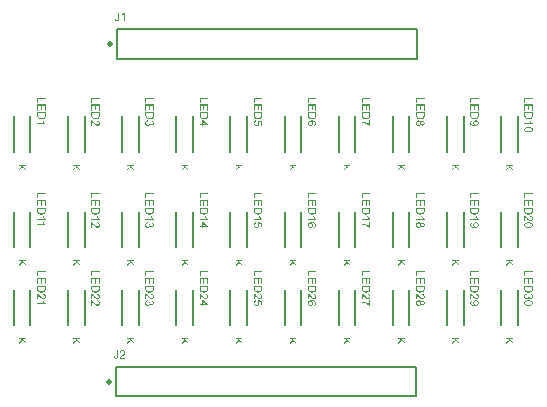
<source format=gto>
%FSLAX33Y33*%
%MOMM*%
%ADD10C,0.15*%
%ADD11C,0.5*%
D10*
%LNtop silkscreen_traces*%
%LNtop silkscreen component b63a915f14e56ab0*%
G01*
X30997Y34900D02*
X30997Y31900D01*
X32397Y34900D02*
X32397Y31900D01*
G36*
X31443Y30804D02*
X31989Y30804D01*
X31989Y30732D01*
X31718Y30732D01*
X31989Y30461D01*
X31989Y30363D01*
X31768Y30592D01*
X31443Y30353D01*
X31443Y30448D01*
X31719Y30643D01*
X31632Y30732D01*
X31443Y30732D01*
X31443Y30804D01*
X31443Y30804D01*
X32967Y36486D02*
X33683Y36486D01*
X33683Y36391D01*
X33052Y36391D01*
X33052Y36038D01*
X32967Y36038D01*
X32967Y36486D01*
X32967Y36486D01*
X32967Y35924D02*
X33683Y35924D01*
X33683Y35406D01*
X33599Y35406D01*
X33599Y35829D01*
X33379Y35829D01*
X33379Y35433D01*
X33295Y35433D01*
X33295Y35829D01*
X33052Y35829D01*
X33052Y35390D01*
X32967Y35390D01*
X32967Y35924D01*
X32967Y35924D01*
X32967Y35259D02*
X33683Y35259D01*
X33683Y35014D01*
X33599Y35014D01*
X33599Y35164D01*
X33052Y35164D01*
X33052Y35164D01*
X33052Y35011D01*
X33053Y34978D01*
X33055Y34948D01*
X33059Y34922D01*
X33065Y34900D01*
X33072Y34881D01*
X33081Y34864D01*
X33091Y34849D01*
X33102Y34836D01*
X33120Y34820D01*
X33141Y34806D01*
X33166Y34794D01*
X33193Y34783D01*
X33223Y34775D01*
X33255Y34769D01*
X33291Y34766D01*
X33331Y34765D01*
X33383Y34767D01*
X33430Y34774D01*
X33470Y34785D01*
X33503Y34801D01*
X33531Y34821D01*
X33553Y34842D01*
X33571Y34866D01*
X33584Y34891D01*
X33590Y34913D01*
X33595Y34941D01*
X33598Y34974D01*
X33599Y35014D01*
X33683Y35014D01*
X33683Y35012D01*
X33682Y34973D01*
X33680Y34938D01*
X33677Y34909D01*
X33673Y34885D01*
X33664Y34855D01*
X33653Y34828D01*
X33639Y34803D01*
X33622Y34780D01*
X33596Y34753D01*
X33567Y34730D01*
X33535Y34711D01*
X33499Y34695D01*
X33461Y34683D01*
X33419Y34674D01*
X33376Y34669D01*
X33329Y34667D01*
X33289Y34668D01*
X33252Y34672D01*
X33217Y34678D01*
X33185Y34686D01*
X33154Y34696D01*
X33127Y34708D01*
X33102Y34721D01*
X33080Y34735D01*
X33061Y34750D01*
X33043Y34766D01*
X33028Y34783D01*
X33015Y34800D01*
X33004Y34819D01*
X32995Y34839D01*
X32986Y34861D01*
X32979Y34885D01*
X32974Y34911D01*
X32970Y34939D01*
X32968Y34969D01*
X32967Y35000D01*
X32967Y35259D01*
X32967Y35259D01*
X33589Y34566D02*
X33674Y34566D01*
X33674Y34103D01*
X33605Y34103D01*
X33566Y34137D01*
X33521Y34171D01*
X33469Y34205D01*
X33412Y34238D01*
X33351Y34270D01*
X33290Y34298D01*
X33227Y34322D01*
X33164Y34342D01*
X33118Y34354D01*
X33070Y34364D01*
X33020Y34371D01*
X32967Y34376D01*
X32967Y34466D01*
X33012Y34464D01*
X33060Y34457D01*
X33114Y34447D01*
X33171Y34433D01*
X33231Y34415D01*
X33289Y34394D01*
X33346Y34370D01*
X33402Y34342D01*
X33455Y34312D01*
X33504Y34281D01*
X33549Y34249D01*
X33589Y34216D01*
X33589Y34566D01*
X33589Y34566D01*
G37*
%LNtop silkscreen component 2d8a75f5f516d1e8*%
X40164Y34900D02*
X40164Y31900D01*
X41564Y34900D02*
X41564Y31900D01*
G36*
X40610Y30804D02*
X41155Y30804D01*
X41155Y30732D01*
X40885Y30732D01*
X41155Y30461D01*
X41155Y30363D01*
X40934Y30592D01*
X40610Y30353D01*
X40610Y30448D01*
X40886Y30643D01*
X40799Y30732D01*
X40610Y30732D01*
X40610Y30804D01*
X40610Y30804D01*
X42134Y36486D02*
X42850Y36486D01*
X42850Y36391D01*
X42218Y36391D01*
X42218Y36038D01*
X42134Y36038D01*
X42134Y36486D01*
X42134Y36486D01*
X42134Y35924D02*
X42850Y35924D01*
X42850Y35406D01*
X42765Y35406D01*
X42765Y35829D01*
X42546Y35829D01*
X42546Y35433D01*
X42462Y35433D01*
X42462Y35829D01*
X42218Y35829D01*
X42218Y35390D01*
X42134Y35390D01*
X42134Y35924D01*
X42134Y35924D01*
X42134Y35259D02*
X42850Y35259D01*
X42850Y35014D01*
X42765Y35014D01*
X42765Y35164D01*
X42218Y35164D01*
X42218Y35164D01*
X42218Y35011D01*
X42219Y34978D01*
X42222Y34948D01*
X42226Y34922D01*
X42232Y34900D01*
X42239Y34881D01*
X42247Y34864D01*
X42257Y34849D01*
X42269Y34836D01*
X42287Y34820D01*
X42308Y34806D01*
X42332Y34794D01*
X42359Y34783D01*
X42389Y34775D01*
X42422Y34769D01*
X42458Y34766D01*
X42497Y34765D01*
X42550Y34767D01*
X42596Y34774D01*
X42636Y34785D01*
X42670Y34801D01*
X42697Y34821D01*
X42720Y34842D01*
X42738Y34866D01*
X42751Y34891D01*
X42757Y34913D01*
X42762Y34941D01*
X42764Y34974D01*
X42765Y35014D01*
X42850Y35014D01*
X42850Y35012D01*
X42849Y34973D01*
X42847Y34938D01*
X42844Y34909D01*
X42839Y34885D01*
X42831Y34855D01*
X42820Y34828D01*
X42805Y34803D01*
X42788Y34780D01*
X42763Y34753D01*
X42734Y34730D01*
X42701Y34711D01*
X42666Y34695D01*
X42627Y34683D01*
X42586Y34674D01*
X42542Y34669D01*
X42496Y34667D01*
X42456Y34668D01*
X42419Y34672D01*
X42384Y34678D01*
X42351Y34686D01*
X42321Y34696D01*
X42294Y34708D01*
X42269Y34721D01*
X42247Y34735D01*
X42227Y34750D01*
X42210Y34766D01*
X42195Y34783D01*
X42182Y34800D01*
X42171Y34819D01*
X42161Y34839D01*
X42153Y34861D01*
X42146Y34885D01*
X42141Y34911D01*
X42137Y34939D01*
X42135Y34969D01*
X42134Y35000D01*
X42134Y35259D01*
X42134Y35259D01*
X42299Y34559D02*
X42307Y34474D01*
X42279Y34468D01*
X42256Y34459D01*
X42236Y34447D01*
X42221Y34433D01*
X42209Y34417D01*
X42201Y34399D01*
X42196Y34378D01*
X42194Y34356D01*
X42195Y34336D01*
X42199Y34318D01*
X42204Y34301D01*
X42213Y34285D01*
X42223Y34270D01*
X42234Y34257D01*
X42247Y34245D01*
X42262Y34235D01*
X42279Y34225D01*
X42299Y34217D01*
X42321Y34209D01*
X42346Y34202D01*
X42372Y34196D01*
X42399Y34192D01*
X42426Y34190D01*
X42453Y34189D01*
X42457Y34189D01*
X42461Y34189D01*
X42465Y34189D01*
X42471Y34189D01*
X42503Y34234D01*
X42520Y34221D01*
X42548Y34209D01*
X42580Y34202D01*
X42615Y34199D01*
X42615Y34199D01*
X42651Y34202D01*
X42683Y34209D01*
X42711Y34222D01*
X42735Y34239D01*
X42755Y34261D01*
X42769Y34284D01*
X42777Y34309D01*
X42780Y34336D01*
X42777Y34365D01*
X42768Y34391D01*
X42753Y34416D01*
X42732Y34438D01*
X42706Y34457D01*
X42677Y34471D01*
X42644Y34479D01*
X42608Y34482D01*
X42575Y34479D01*
X42546Y34472D01*
X42520Y34459D01*
X42497Y34441D01*
X42478Y34419D01*
X42465Y34394D01*
X42457Y34368D01*
X42454Y34339D01*
X42457Y34310D01*
X42465Y34283D01*
X42478Y34259D01*
X42497Y34238D01*
X42503Y34234D01*
X42471Y34189D01*
X42451Y34204D01*
X42433Y34221D01*
X42417Y34240D01*
X42403Y34261D01*
X42391Y34285D01*
X42383Y34309D01*
X42378Y34334D01*
X42377Y34360D01*
X42381Y34403D01*
X42393Y34442D01*
X42413Y34478D01*
X42441Y34511D01*
X42476Y34538D01*
X42516Y34557D01*
X42561Y34568D01*
X42611Y34572D01*
X42663Y34568D01*
X42709Y34556D01*
X42750Y34536D01*
X42786Y34508D01*
X42815Y34474D01*
X42836Y34436D01*
X42848Y34393D01*
X42853Y34347D01*
X42850Y34313D01*
X42843Y34280D01*
X42831Y34249D01*
X42815Y34219D01*
X42794Y34192D01*
X42769Y34168D01*
X42741Y34148D01*
X42708Y34131D01*
X42669Y34118D01*
X42623Y34109D01*
X42568Y34103D01*
X42506Y34101D01*
X42441Y34103D01*
X42383Y34109D01*
X42332Y34118D01*
X42288Y34131D01*
X42250Y34148D01*
X42216Y34168D01*
X42188Y34192D01*
X42164Y34220D01*
X42146Y34251D01*
X42132Y34284D01*
X42124Y34320D01*
X42122Y34358D01*
X42125Y34398D01*
X42133Y34434D01*
X42148Y34466D01*
X42168Y34495D01*
X42194Y34519D01*
X42224Y34538D01*
X42260Y34551D01*
X42299Y34559D01*
X42299Y34559D01*
G37*
%LNtop silkscreen component dda7386182c8d90b*%
X40164Y26830D02*
X40164Y23830D01*
X41564Y26830D02*
X41564Y23830D01*
G36*
X40610Y22734D02*
X41155Y22734D01*
X41155Y22662D01*
X40885Y22662D01*
X41155Y22391D01*
X41155Y22293D01*
X40934Y22522D01*
X40610Y22283D01*
X40610Y22378D01*
X40886Y22573D01*
X40799Y22662D01*
X40610Y22662D01*
X40610Y22734D01*
X40610Y22734D01*
X42134Y28416D02*
X42850Y28416D01*
X42850Y28321D01*
X42218Y28321D01*
X42218Y27968D01*
X42134Y27968D01*
X42134Y28416D01*
X42134Y28416D01*
X42134Y27854D02*
X42850Y27854D01*
X42850Y27336D01*
X42765Y27336D01*
X42765Y27759D01*
X42546Y27759D01*
X42546Y27363D01*
X42462Y27363D01*
X42462Y27759D01*
X42218Y27759D01*
X42218Y27320D01*
X42134Y27320D01*
X42134Y27854D01*
X42134Y27854D01*
X42134Y27189D02*
X42850Y27189D01*
X42850Y26944D01*
X42765Y26944D01*
X42765Y27094D01*
X42218Y27094D01*
X42218Y27094D01*
X42218Y26941D01*
X42219Y26908D01*
X42222Y26878D01*
X42226Y26852D01*
X42232Y26830D01*
X42239Y26811D01*
X42247Y26794D01*
X42257Y26779D01*
X42269Y26766D01*
X42287Y26750D01*
X42308Y26736D01*
X42332Y26724D01*
X42359Y26713D01*
X42389Y26705D01*
X42422Y26699D01*
X42458Y26696D01*
X42497Y26695D01*
X42550Y26697D01*
X42596Y26704D01*
X42636Y26715D01*
X42670Y26731D01*
X42697Y26751D01*
X42720Y26772D01*
X42738Y26796D01*
X42751Y26821D01*
X42757Y26843D01*
X42762Y26871D01*
X42764Y26904D01*
X42765Y26944D01*
X42850Y26944D01*
X42850Y26942D01*
X42849Y26903D01*
X42847Y26868D01*
X42844Y26839D01*
X42839Y26815D01*
X42831Y26785D01*
X42820Y26758D01*
X42805Y26733D01*
X42788Y26710D01*
X42763Y26683D01*
X42734Y26660D01*
X42701Y26641D01*
X42666Y26625D01*
X42627Y26613D01*
X42586Y26604D01*
X42542Y26599D01*
X42496Y26597D01*
X42456Y26598D01*
X42419Y26602D01*
X42384Y26608D01*
X42351Y26616D01*
X42321Y26626D01*
X42294Y26638D01*
X42269Y26651D01*
X42247Y26665D01*
X42227Y26680D01*
X42210Y26696D01*
X42195Y26713D01*
X42182Y26730D01*
X42171Y26749D01*
X42161Y26769D01*
X42153Y26791D01*
X42146Y26815D01*
X42141Y26841D01*
X42137Y26869D01*
X42135Y26899D01*
X42134Y26930D01*
X42134Y27189D01*
X42134Y27189D01*
X42134Y26171D02*
X42134Y26259D01*
X42694Y26259D01*
X42679Y26276D01*
X42664Y26296D01*
X42649Y26318D01*
X42633Y26342D01*
X42619Y26367D01*
X42607Y26391D01*
X42597Y26414D01*
X42588Y26435D01*
X42673Y26435D01*
X42691Y26399D01*
X42711Y26366D01*
X42733Y26335D01*
X42757Y26306D01*
X42781Y26280D01*
X42806Y26259D01*
X42829Y26241D01*
X42853Y26228D01*
X42853Y26171D01*
X42134Y26171D01*
X42134Y26171D01*
X42299Y25933D02*
X42307Y25848D01*
X42279Y25842D01*
X42256Y25833D01*
X42236Y25821D01*
X42221Y25807D01*
X42209Y25791D01*
X42201Y25773D01*
X42196Y25752D01*
X42194Y25730D01*
X42195Y25710D01*
X42199Y25692D01*
X42204Y25675D01*
X42213Y25659D01*
X42223Y25644D01*
X42234Y25631D01*
X42247Y25619D01*
X42262Y25609D01*
X42279Y25599D01*
X42299Y25591D01*
X42321Y25583D01*
X42346Y25576D01*
X42372Y25570D01*
X42399Y25566D01*
X42426Y25564D01*
X42453Y25563D01*
X42457Y25563D01*
X42461Y25563D01*
X42465Y25563D01*
X42471Y25563D01*
X42503Y25608D01*
X42520Y25595D01*
X42548Y25583D01*
X42580Y25575D01*
X42615Y25573D01*
X42615Y25573D01*
X42651Y25575D01*
X42683Y25583D01*
X42711Y25596D01*
X42735Y25613D01*
X42755Y25634D01*
X42769Y25658D01*
X42777Y25683D01*
X42780Y25710D01*
X42777Y25739D01*
X42768Y25765D01*
X42753Y25790D01*
X42732Y25812D01*
X42706Y25831D01*
X42677Y25845D01*
X42644Y25853D01*
X42608Y25856D01*
X42575Y25853D01*
X42546Y25845D01*
X42520Y25832D01*
X42497Y25814D01*
X42478Y25793D01*
X42465Y25768D01*
X42457Y25742D01*
X42454Y25713D01*
X42457Y25683D01*
X42465Y25657D01*
X42478Y25633D01*
X42497Y25612D01*
X42503Y25608D01*
X42471Y25563D01*
X42451Y25578D01*
X42433Y25594D01*
X42417Y25614D01*
X42403Y25635D01*
X42391Y25659D01*
X42383Y25683D01*
X42378Y25708D01*
X42377Y25734D01*
X42381Y25777D01*
X42393Y25816D01*
X42413Y25852D01*
X42441Y25884D01*
X42476Y25911D01*
X42516Y25931D01*
X42561Y25942D01*
X42611Y25946D01*
X42663Y25942D01*
X42709Y25930D01*
X42750Y25910D01*
X42786Y25882D01*
X42815Y25848D01*
X42836Y25809D01*
X42848Y25767D01*
X42853Y25721D01*
X42850Y25687D01*
X42843Y25654D01*
X42831Y25623D01*
X42815Y25593D01*
X42794Y25566D01*
X42769Y25542D01*
X42741Y25522D01*
X42708Y25505D01*
X42669Y25492D01*
X42623Y25483D01*
X42568Y25477D01*
X42506Y25475D01*
X42441Y25477D01*
X42383Y25483D01*
X42332Y25492D01*
X42288Y25505D01*
X42250Y25522D01*
X42216Y25542D01*
X42188Y25566D01*
X42164Y25594D01*
X42146Y25624D01*
X42132Y25658D01*
X42124Y25693D01*
X42122Y25732D01*
X42125Y25772D01*
X42133Y25808D01*
X42148Y25840D01*
X42168Y25869D01*
X42194Y25893D01*
X42224Y25911D01*
X42260Y25925D01*
X42299Y25933D01*
X42299Y25933D01*
G37*
%LNtop silkscreen component 237f822594edd433*%
X12664Y34900D02*
X12664Y31900D01*
X14064Y34900D02*
X14064Y31900D01*
G36*
X13110Y30804D02*
X13655Y30804D01*
X13655Y30732D01*
X13385Y30732D01*
X13655Y30461D01*
X13655Y30363D01*
X13434Y30592D01*
X13110Y30353D01*
X13110Y30448D01*
X13386Y30643D01*
X13299Y30732D01*
X13110Y30732D01*
X13110Y30804D01*
X13110Y30804D01*
X14634Y36486D02*
X15350Y36486D01*
X15350Y36391D01*
X14718Y36391D01*
X14718Y36038D01*
X14634Y36038D01*
X14634Y36486D01*
X14634Y36486D01*
X14634Y35924D02*
X15350Y35924D01*
X15350Y35406D01*
X15265Y35406D01*
X15265Y35829D01*
X15046Y35829D01*
X15046Y35433D01*
X14962Y35433D01*
X14962Y35829D01*
X14718Y35829D01*
X14718Y35390D01*
X14634Y35390D01*
X14634Y35924D01*
X14634Y35924D01*
X14634Y35259D02*
X15350Y35259D01*
X15350Y35014D01*
X15265Y35014D01*
X15265Y35164D01*
X14718Y35164D01*
X14718Y35164D01*
X14718Y35011D01*
X14719Y34978D01*
X14722Y34948D01*
X14726Y34922D01*
X14732Y34900D01*
X14739Y34881D01*
X14747Y34864D01*
X14757Y34849D01*
X14769Y34836D01*
X14787Y34820D01*
X14808Y34806D01*
X14832Y34794D01*
X14859Y34783D01*
X14889Y34775D01*
X14922Y34769D01*
X14958Y34766D01*
X14997Y34765D01*
X15050Y34767D01*
X15096Y34774D01*
X15136Y34785D01*
X15170Y34801D01*
X15197Y34821D01*
X15220Y34842D01*
X15238Y34866D01*
X15251Y34891D01*
X15257Y34913D01*
X15262Y34941D01*
X15264Y34974D01*
X15265Y35014D01*
X15350Y35014D01*
X15350Y35012D01*
X15349Y34973D01*
X15347Y34938D01*
X15344Y34909D01*
X15339Y34885D01*
X15331Y34855D01*
X15320Y34828D01*
X15305Y34803D01*
X15288Y34780D01*
X15263Y34753D01*
X15234Y34730D01*
X15201Y34711D01*
X15166Y34695D01*
X15127Y34683D01*
X15086Y34674D01*
X15042Y34669D01*
X14996Y34667D01*
X14956Y34668D01*
X14919Y34672D01*
X14884Y34678D01*
X14851Y34686D01*
X14821Y34696D01*
X14794Y34708D01*
X14769Y34721D01*
X14747Y34735D01*
X14727Y34750D01*
X14710Y34766D01*
X14695Y34783D01*
X14682Y34800D01*
X14671Y34819D01*
X14661Y34839D01*
X14653Y34861D01*
X14646Y34885D01*
X14641Y34911D01*
X14637Y34939D01*
X14635Y34969D01*
X14634Y35000D01*
X14634Y35259D01*
X14634Y35259D01*
X14823Y34572D02*
X14835Y34484D01*
X14800Y34475D01*
X14770Y34463D01*
X14746Y34449D01*
X14727Y34432D01*
X14712Y34413D01*
X14702Y34392D01*
X14696Y34369D01*
X14694Y34344D01*
X14697Y34314D01*
X14705Y34286D01*
X14718Y34261D01*
X14737Y34239D01*
X14760Y34220D01*
X14785Y34207D01*
X14813Y34199D01*
X14843Y34196D01*
X14872Y34199D01*
X14899Y34206D01*
X14922Y34218D01*
X14943Y34236D01*
X14960Y34257D01*
X14973Y34281D01*
X14980Y34307D01*
X14983Y34336D01*
X14982Y34350D01*
X14980Y34364D01*
X14977Y34381D01*
X14973Y34398D01*
X15050Y34389D01*
X15049Y34384D01*
X15049Y34381D01*
X15049Y34377D01*
X15049Y34374D01*
X15051Y34347D01*
X15056Y34321D01*
X15065Y34296D01*
X15078Y34273D01*
X15095Y34254D01*
X15115Y34240D01*
X15140Y34231D01*
X15169Y34228D01*
X15192Y34230D01*
X15213Y34237D01*
X15232Y34247D01*
X15249Y34261D01*
X15263Y34279D01*
X15272Y34299D01*
X15278Y34321D01*
X15280Y34346D01*
X15278Y34370D01*
X15272Y34393D01*
X15262Y34413D01*
X15248Y34431D01*
X15230Y34447D01*
X15208Y34459D01*
X15182Y34469D01*
X15151Y34475D01*
X15167Y34563D01*
X15209Y34552D01*
X15246Y34537D01*
X15277Y34516D01*
X15304Y34490D01*
X15325Y34459D01*
X15340Y34426D01*
X15350Y34388D01*
X15353Y34348D01*
X15351Y34319D01*
X15346Y34291D01*
X15338Y34265D01*
X15327Y34240D01*
X15314Y34216D01*
X15298Y34196D01*
X15279Y34179D01*
X15259Y34164D01*
X15237Y34153D01*
X15214Y34145D01*
X15191Y34140D01*
X15167Y34138D01*
X15144Y34140D01*
X15122Y34144D01*
X15102Y34152D01*
X15082Y34163D01*
X15064Y34177D01*
X15048Y34194D01*
X15034Y34214D01*
X15022Y34237D01*
X15012Y34207D01*
X14999Y34180D01*
X14982Y34157D01*
X14961Y34138D01*
X14936Y34123D01*
X14909Y34112D01*
X14879Y34105D01*
X14845Y34103D01*
X14800Y34107D01*
X14759Y34120D01*
X14721Y34141D01*
X14686Y34171D01*
X14658Y34208D01*
X14637Y34249D01*
X14625Y34294D01*
X14621Y34344D01*
X14625Y34389D01*
X14635Y34430D01*
X14653Y34467D01*
X14677Y34501D01*
X14707Y34528D01*
X14742Y34550D01*
X14780Y34564D01*
X14823Y34572D01*
X14823Y34572D01*
G37*
%LNtop silkscreen component 00b1c4d6fd4119b1*%
X17247Y20225D02*
X17247Y17225D01*
X18647Y20225D02*
X18647Y17225D01*
G36*
X17693Y16129D02*
X18239Y16129D01*
X18239Y16057D01*
X17968Y16057D01*
X18239Y15786D01*
X18239Y15688D01*
X18018Y15917D01*
X17693Y15678D01*
X17693Y15773D01*
X17969Y15968D01*
X17882Y16057D01*
X17693Y16057D01*
X17693Y16129D01*
X17693Y16129D01*
X19217Y21811D02*
X19933Y21811D01*
X19933Y21716D01*
X19302Y21716D01*
X19302Y21363D01*
X19217Y21363D01*
X19217Y21811D01*
X19217Y21811D01*
X19217Y21249D02*
X19933Y21249D01*
X19933Y20731D01*
X19849Y20731D01*
X19849Y21154D01*
X19629Y21154D01*
X19629Y20758D01*
X19545Y20758D01*
X19545Y21154D01*
X19302Y21154D01*
X19302Y20715D01*
X19217Y20715D01*
X19217Y21249D01*
X19217Y21249D01*
X19217Y20584D02*
X19933Y20584D01*
X19933Y20339D01*
X19849Y20339D01*
X19849Y20489D01*
X19302Y20489D01*
X19302Y20489D01*
X19302Y20336D01*
X19303Y20303D01*
X19305Y20273D01*
X19309Y20247D01*
X19315Y20225D01*
X19322Y20206D01*
X19331Y20189D01*
X19341Y20174D01*
X19352Y20161D01*
X19370Y20145D01*
X19391Y20131D01*
X19416Y20119D01*
X19443Y20108D01*
X19473Y20100D01*
X19505Y20094D01*
X19541Y20091D01*
X19581Y20090D01*
X19633Y20092D01*
X19680Y20099D01*
X19720Y20110D01*
X19753Y20126D01*
X19781Y20146D01*
X19803Y20167D01*
X19821Y20191D01*
X19834Y20216D01*
X19840Y20238D01*
X19845Y20266D01*
X19848Y20299D01*
X19849Y20339D01*
X19933Y20339D01*
X19933Y20337D01*
X19932Y20298D01*
X19930Y20263D01*
X19927Y20234D01*
X19923Y20210D01*
X19914Y20180D01*
X19903Y20153D01*
X19889Y20128D01*
X19872Y20105D01*
X19846Y20078D01*
X19817Y20055D01*
X19785Y20036D01*
X19749Y20020D01*
X19711Y20008D01*
X19669Y19999D01*
X19626Y19994D01*
X19579Y19992D01*
X19539Y19993D01*
X19502Y19997D01*
X19467Y20003D01*
X19435Y20011D01*
X19404Y20021D01*
X19377Y20033D01*
X19352Y20046D01*
X19330Y20060D01*
X19311Y20075D01*
X19293Y20091D01*
X19278Y20108D01*
X19265Y20125D01*
X19254Y20144D01*
X19245Y20164D01*
X19236Y20186D01*
X19229Y20210D01*
X19224Y20236D01*
X19220Y20264D01*
X19218Y20294D01*
X19217Y20325D01*
X19217Y20584D01*
X19217Y20584D01*
X19302Y19435D02*
X19217Y19435D01*
X19217Y19908D01*
X19233Y19908D01*
X19248Y19906D01*
X19263Y19903D01*
X19278Y19898D01*
X19302Y19888D01*
X19326Y19875D01*
X19350Y19859D01*
X19373Y19840D01*
X19398Y19818D01*
X19424Y19792D01*
X19452Y19761D01*
X19482Y19725D01*
X19527Y19672D01*
X19568Y19627D01*
X19603Y19593D01*
X19633Y19568D01*
X19661Y19550D01*
X19688Y19537D01*
X19714Y19529D01*
X19739Y19527D01*
X19764Y19529D01*
X19787Y19536D01*
X19808Y19548D01*
X19827Y19564D01*
X19843Y19584D01*
X19854Y19607D01*
X19861Y19633D01*
X19863Y19661D01*
X19861Y19691D01*
X19854Y19718D01*
X19842Y19742D01*
X19825Y19763D01*
X19804Y19780D01*
X19780Y19792D01*
X19752Y19799D01*
X19720Y19801D01*
X19729Y19892D01*
X19776Y19884D01*
X19818Y19870D01*
X19853Y19849D01*
X19883Y19822D01*
X19906Y19789D01*
X19923Y19751D01*
X19933Y19708D01*
X19936Y19659D01*
X19932Y19611D01*
X19922Y19567D01*
X19904Y19529D01*
X19879Y19496D01*
X19849Y19470D01*
X19815Y19451D01*
X19778Y19440D01*
X19737Y19436D01*
X19716Y19437D01*
X19695Y19441D01*
X19674Y19446D01*
X19653Y19454D01*
X19632Y19464D01*
X19610Y19477D01*
X19588Y19493D01*
X19565Y19512D01*
X19540Y19536D01*
X19511Y19566D01*
X19477Y19604D01*
X19439Y19648D01*
X19409Y19684D01*
X19384Y19713D01*
X19364Y19734D01*
X19349Y19749D01*
X19337Y19760D01*
X19326Y19770D01*
X19314Y19779D01*
X19302Y19786D01*
X19302Y19435D01*
X19302Y19435D01*
X19217Y19059D02*
X19389Y19059D01*
X19389Y19370D01*
X19469Y19370D01*
X19831Y19115D01*
X19792Y19059D01*
X19469Y19283D01*
X19469Y19059D01*
X19469Y19059D01*
X19792Y19059D01*
X19831Y19115D01*
X19933Y19043D01*
X19933Y18971D01*
X19469Y18971D01*
X19469Y18875D01*
X19389Y18875D01*
X19389Y18971D01*
X19217Y18971D01*
X19217Y19059D01*
X19217Y19059D01*
G37*
%LNtop silkscreen component ef6e12693dbf5f4e*%
X8081Y26830D02*
X8081Y23830D01*
X9481Y26830D02*
X9481Y23830D01*
G36*
X8527Y22734D02*
X9072Y22734D01*
X9072Y22662D01*
X8802Y22662D01*
X9072Y22391D01*
X9072Y22293D01*
X8851Y22522D01*
X8527Y22283D01*
X8527Y22378D01*
X8803Y22573D01*
X8716Y22662D01*
X8527Y22662D01*
X8527Y22734D01*
X8527Y22734D01*
X10051Y28416D02*
X10766Y28416D01*
X10766Y28321D01*
X10135Y28321D01*
X10135Y27968D01*
X10051Y27968D01*
X10051Y28416D01*
X10051Y28416D01*
X10051Y27854D02*
X10766Y27854D01*
X10766Y27336D01*
X10682Y27336D01*
X10682Y27759D01*
X10463Y27759D01*
X10463Y27363D01*
X10379Y27363D01*
X10379Y27759D01*
X10135Y27759D01*
X10135Y27320D01*
X10051Y27320D01*
X10051Y27854D01*
X10051Y27854D01*
X10051Y27189D02*
X10766Y27189D01*
X10766Y26944D01*
X10682Y26944D01*
X10682Y27094D01*
X10135Y27094D01*
X10135Y27094D01*
X10135Y26941D01*
X10136Y26908D01*
X10138Y26878D01*
X10142Y26852D01*
X10148Y26830D01*
X10155Y26811D01*
X10164Y26794D01*
X10174Y26779D01*
X10185Y26766D01*
X10204Y26750D01*
X10225Y26736D01*
X10249Y26724D01*
X10276Y26713D01*
X10306Y26705D01*
X10339Y26699D01*
X10375Y26696D01*
X10414Y26695D01*
X10467Y26697D01*
X10513Y26704D01*
X10553Y26715D01*
X10586Y26731D01*
X10614Y26751D01*
X10637Y26772D01*
X10655Y26796D01*
X10667Y26821D01*
X10674Y26843D01*
X10678Y26871D01*
X10681Y26904D01*
X10682Y26944D01*
X10766Y26944D01*
X10766Y26942D01*
X10766Y26903D01*
X10764Y26868D01*
X10761Y26839D01*
X10756Y26815D01*
X10748Y26785D01*
X10736Y26758D01*
X10722Y26733D01*
X10705Y26710D01*
X10679Y26683D01*
X10650Y26660D01*
X10618Y26641D01*
X10583Y26625D01*
X10544Y26613D01*
X10503Y26604D01*
X10459Y26599D01*
X10412Y26597D01*
X10373Y26598D01*
X10335Y26602D01*
X10300Y26608D01*
X10268Y26616D01*
X10238Y26626D01*
X10210Y26638D01*
X10186Y26651D01*
X10164Y26665D01*
X10144Y26680D01*
X10127Y26696D01*
X10112Y26713D01*
X10099Y26730D01*
X10088Y26749D01*
X10078Y26769D01*
X10070Y26791D01*
X10063Y26815D01*
X10057Y26841D01*
X10054Y26869D01*
X10051Y26899D01*
X10051Y26930D01*
X10051Y27189D01*
X10051Y27189D01*
X10051Y26171D02*
X10051Y26259D01*
X10611Y26259D01*
X10595Y26276D01*
X10580Y26296D01*
X10565Y26318D01*
X10550Y26342D01*
X10536Y26367D01*
X10524Y26391D01*
X10513Y26414D01*
X10505Y26435D01*
X10590Y26435D01*
X10608Y26399D01*
X10628Y26366D01*
X10650Y26335D01*
X10674Y26306D01*
X10698Y26280D01*
X10722Y26259D01*
X10746Y26241D01*
X10769Y26228D01*
X10769Y26171D01*
X10051Y26171D01*
X10051Y26171D01*
X10135Y25484D02*
X10051Y25484D01*
X10051Y25957D01*
X10066Y25957D01*
X10082Y25955D01*
X10097Y25952D01*
X10112Y25947D01*
X10136Y25937D01*
X10160Y25923D01*
X10183Y25908D01*
X10207Y25889D01*
X10231Y25867D01*
X10257Y25840D01*
X10285Y25810D01*
X10315Y25774D01*
X10361Y25720D01*
X10401Y25676D01*
X10436Y25642D01*
X10467Y25616D01*
X10494Y25598D01*
X10521Y25586D01*
X10547Y25578D01*
X10573Y25575D01*
X10598Y25578D01*
X10621Y25585D01*
X10642Y25596D01*
X10661Y25613D01*
X10676Y25633D01*
X10688Y25656D01*
X10694Y25682D01*
X10697Y25710D01*
X10694Y25740D01*
X10687Y25767D01*
X10675Y25791D01*
X10658Y25812D01*
X10638Y25828D01*
X10613Y25840D01*
X10585Y25848D01*
X10553Y25850D01*
X10562Y25941D01*
X10610Y25933D01*
X10651Y25919D01*
X10687Y25898D01*
X10716Y25871D01*
X10740Y25838D01*
X10756Y25800D01*
X10766Y25757D01*
X10769Y25708D01*
X10766Y25659D01*
X10755Y25616D01*
X10737Y25578D01*
X10712Y25545D01*
X10682Y25519D01*
X10648Y25500D01*
X10611Y25489D01*
X10571Y25485D01*
X10549Y25486D01*
X10528Y25489D01*
X10507Y25495D01*
X10486Y25503D01*
X10465Y25513D01*
X10444Y25526D01*
X10421Y25542D01*
X10399Y25561D01*
X10374Y25585D01*
X10344Y25615D01*
X10311Y25652D01*
X10273Y25696D01*
X10242Y25732D01*
X10217Y25761D01*
X10197Y25783D01*
X10183Y25798D01*
X10171Y25809D01*
X10159Y25819D01*
X10147Y25827D01*
X10135Y25835D01*
X10135Y25484D01*
X10135Y25484D01*
G37*
%LNtop silkscreen component c27913cca4f7b2bc*%
X12664Y26830D02*
X12664Y23830D01*
X14064Y26830D02*
X14064Y23830D01*
G36*
X13110Y22734D02*
X13655Y22734D01*
X13655Y22662D01*
X13385Y22662D01*
X13655Y22391D01*
X13655Y22293D01*
X13434Y22522D01*
X13110Y22283D01*
X13110Y22378D01*
X13386Y22573D01*
X13299Y22662D01*
X13110Y22662D01*
X13110Y22734D01*
X13110Y22734D01*
X14634Y28416D02*
X15350Y28416D01*
X15350Y28321D01*
X14718Y28321D01*
X14718Y27968D01*
X14634Y27968D01*
X14634Y28416D01*
X14634Y28416D01*
X14634Y27854D02*
X15350Y27854D01*
X15350Y27336D01*
X15265Y27336D01*
X15265Y27759D01*
X15046Y27759D01*
X15046Y27363D01*
X14962Y27363D01*
X14962Y27759D01*
X14718Y27759D01*
X14718Y27320D01*
X14634Y27320D01*
X14634Y27854D01*
X14634Y27854D01*
X14634Y27189D02*
X15350Y27189D01*
X15350Y26944D01*
X15265Y26944D01*
X15265Y27094D01*
X14718Y27094D01*
X14718Y27094D01*
X14718Y26941D01*
X14719Y26908D01*
X14722Y26878D01*
X14726Y26852D01*
X14732Y26830D01*
X14739Y26811D01*
X14747Y26794D01*
X14757Y26779D01*
X14769Y26766D01*
X14787Y26750D01*
X14808Y26736D01*
X14832Y26724D01*
X14859Y26713D01*
X14889Y26705D01*
X14922Y26699D01*
X14958Y26696D01*
X14997Y26695D01*
X15050Y26697D01*
X15096Y26704D01*
X15136Y26715D01*
X15170Y26731D01*
X15197Y26751D01*
X15220Y26772D01*
X15238Y26796D01*
X15251Y26821D01*
X15257Y26843D01*
X15262Y26871D01*
X15264Y26904D01*
X15265Y26944D01*
X15350Y26944D01*
X15350Y26942D01*
X15349Y26903D01*
X15347Y26868D01*
X15344Y26839D01*
X15339Y26815D01*
X15331Y26785D01*
X15320Y26758D01*
X15305Y26733D01*
X15288Y26710D01*
X15263Y26683D01*
X15234Y26660D01*
X15201Y26641D01*
X15166Y26625D01*
X15127Y26613D01*
X15086Y26604D01*
X15042Y26599D01*
X14996Y26597D01*
X14956Y26598D01*
X14919Y26602D01*
X14884Y26608D01*
X14851Y26616D01*
X14821Y26626D01*
X14794Y26638D01*
X14769Y26651D01*
X14747Y26665D01*
X14727Y26680D01*
X14710Y26696D01*
X14695Y26713D01*
X14682Y26730D01*
X14671Y26749D01*
X14661Y26769D01*
X14653Y26791D01*
X14646Y26815D01*
X14641Y26841D01*
X14637Y26869D01*
X14635Y26899D01*
X14634Y26930D01*
X14634Y27189D01*
X14634Y27189D01*
X14634Y26171D02*
X14634Y26259D01*
X15194Y26259D01*
X15179Y26276D01*
X15164Y26296D01*
X15149Y26318D01*
X15133Y26342D01*
X15119Y26367D01*
X15107Y26391D01*
X15097Y26414D01*
X15088Y26435D01*
X15173Y26435D01*
X15191Y26399D01*
X15211Y26366D01*
X15233Y26335D01*
X15257Y26306D01*
X15281Y26280D01*
X15306Y26259D01*
X15329Y26241D01*
X15353Y26228D01*
X15353Y26171D01*
X14634Y26171D01*
X14634Y26171D01*
X14823Y25946D02*
X14835Y25858D01*
X14800Y25849D01*
X14770Y25837D01*
X14746Y25823D01*
X14727Y25806D01*
X14712Y25787D01*
X14702Y25766D01*
X14696Y25743D01*
X14694Y25717D01*
X14697Y25688D01*
X14705Y25660D01*
X14718Y25635D01*
X14737Y25613D01*
X14760Y25594D01*
X14785Y25581D01*
X14813Y25573D01*
X14843Y25570D01*
X14872Y25572D01*
X14899Y25580D01*
X14922Y25592D01*
X14943Y25610D01*
X14960Y25631D01*
X14973Y25654D01*
X14980Y25681D01*
X14983Y25710D01*
X14982Y25723D01*
X14980Y25738D01*
X14977Y25754D01*
X14973Y25772D01*
X15050Y25762D01*
X15049Y25758D01*
X15049Y25754D01*
X15049Y25751D01*
X15049Y25748D01*
X15051Y25721D01*
X15056Y25695D01*
X15065Y25670D01*
X15078Y25647D01*
X15095Y25628D01*
X15115Y25613D01*
X15140Y25605D01*
X15169Y25602D01*
X15192Y25604D01*
X15213Y25610D01*
X15232Y25621D01*
X15249Y25635D01*
X15263Y25653D01*
X15272Y25672D01*
X15278Y25695D01*
X15280Y25719D01*
X15278Y25744D01*
X15272Y25766D01*
X15262Y25787D01*
X15248Y25805D01*
X15230Y25820D01*
X15208Y25833D01*
X15182Y25842D01*
X15151Y25849D01*
X15167Y25937D01*
X15209Y25926D01*
X15246Y25910D01*
X15277Y25889D01*
X15304Y25863D01*
X15325Y25833D01*
X15340Y25799D01*
X15350Y25762D01*
X15353Y25721D01*
X15351Y25693D01*
X15346Y25665D01*
X15338Y25639D01*
X15327Y25613D01*
X15314Y25590D01*
X15298Y25570D01*
X15279Y25553D01*
X15259Y25538D01*
X15237Y25527D01*
X15214Y25518D01*
X15191Y25514D01*
X15167Y25512D01*
X15144Y25513D01*
X15122Y25518D01*
X15102Y25526D01*
X15082Y25537D01*
X15064Y25551D01*
X15048Y25568D01*
X15034Y25588D01*
X15022Y25611D01*
X15012Y25581D01*
X14999Y25554D01*
X14982Y25531D01*
X14961Y25512D01*
X14936Y25497D01*
X14909Y25486D01*
X14879Y25479D01*
X14845Y25477D01*
X14800Y25481D01*
X14759Y25494D01*
X14721Y25515D01*
X14686Y25545D01*
X14658Y25582D01*
X14637Y25623D01*
X14625Y25668D01*
X14621Y25718D01*
X14625Y25763D01*
X14635Y25804D01*
X14653Y25841D01*
X14677Y25874D01*
X14707Y25902D01*
X14742Y25923D01*
X14780Y25938D01*
X14823Y25946D01*
X14823Y25946D01*
G37*
%LNtop silkscreen component 6ecb9e78d0b4ad16*%
X17247Y26830D02*
X17247Y23830D01*
X18647Y26830D02*
X18647Y23830D01*
G36*
X17693Y22734D02*
X18239Y22734D01*
X18239Y22662D01*
X17968Y22662D01*
X18239Y22391D01*
X18239Y22293D01*
X18018Y22522D01*
X17693Y22283D01*
X17693Y22378D01*
X17969Y22573D01*
X17882Y22662D01*
X17693Y22662D01*
X17693Y22734D01*
X17693Y22734D01*
X19217Y28416D02*
X19933Y28416D01*
X19933Y28321D01*
X19302Y28321D01*
X19302Y27968D01*
X19217Y27968D01*
X19217Y28416D01*
X19217Y28416D01*
X19217Y27854D02*
X19933Y27854D01*
X19933Y27336D01*
X19849Y27336D01*
X19849Y27759D01*
X19629Y27759D01*
X19629Y27363D01*
X19545Y27363D01*
X19545Y27759D01*
X19302Y27759D01*
X19302Y27320D01*
X19217Y27320D01*
X19217Y27854D01*
X19217Y27854D01*
X19217Y27189D02*
X19933Y27189D01*
X19933Y26944D01*
X19849Y26944D01*
X19849Y27094D01*
X19302Y27094D01*
X19302Y27094D01*
X19302Y26941D01*
X19303Y26908D01*
X19305Y26878D01*
X19309Y26852D01*
X19315Y26830D01*
X19322Y26811D01*
X19331Y26794D01*
X19341Y26779D01*
X19352Y26766D01*
X19370Y26750D01*
X19391Y26736D01*
X19416Y26724D01*
X19443Y26713D01*
X19473Y26705D01*
X19505Y26699D01*
X19541Y26696D01*
X19581Y26695D01*
X19633Y26697D01*
X19680Y26704D01*
X19720Y26715D01*
X19753Y26731D01*
X19781Y26751D01*
X19803Y26772D01*
X19821Y26796D01*
X19834Y26821D01*
X19840Y26843D01*
X19845Y26871D01*
X19848Y26904D01*
X19849Y26944D01*
X19933Y26944D01*
X19933Y26942D01*
X19932Y26903D01*
X19930Y26868D01*
X19927Y26839D01*
X19923Y26815D01*
X19914Y26785D01*
X19903Y26758D01*
X19889Y26733D01*
X19872Y26710D01*
X19846Y26683D01*
X19817Y26660D01*
X19785Y26641D01*
X19749Y26625D01*
X19711Y26613D01*
X19669Y26604D01*
X19626Y26599D01*
X19579Y26597D01*
X19539Y26598D01*
X19502Y26602D01*
X19467Y26608D01*
X19435Y26616D01*
X19404Y26626D01*
X19377Y26638D01*
X19352Y26651D01*
X19330Y26665D01*
X19311Y26680D01*
X19293Y26696D01*
X19278Y26713D01*
X19265Y26730D01*
X19254Y26749D01*
X19245Y26769D01*
X19236Y26791D01*
X19229Y26815D01*
X19224Y26841D01*
X19220Y26869D01*
X19218Y26899D01*
X19217Y26930D01*
X19217Y27189D01*
X19217Y27189D01*
X19217Y26171D02*
X19217Y26259D01*
X19777Y26259D01*
X19762Y26276D01*
X19747Y26296D01*
X19732Y26318D01*
X19717Y26342D01*
X19703Y26367D01*
X19690Y26391D01*
X19680Y26414D01*
X19671Y26435D01*
X19756Y26435D01*
X19775Y26399D01*
X19795Y26366D01*
X19817Y26335D01*
X19840Y26306D01*
X19865Y26280D01*
X19889Y26259D01*
X19913Y26241D01*
X19936Y26228D01*
X19936Y26171D01*
X19217Y26171D01*
X19217Y26171D01*
X19217Y25664D02*
X19389Y25664D01*
X19389Y25975D01*
X19469Y25975D01*
X19831Y25720D01*
X19792Y25664D01*
X19469Y25888D01*
X19469Y25664D01*
X19469Y25664D01*
X19792Y25664D01*
X19831Y25720D01*
X19933Y25648D01*
X19933Y25576D01*
X19469Y25576D01*
X19469Y25480D01*
X19389Y25480D01*
X19389Y25576D01*
X19217Y25576D01*
X19217Y25664D01*
X19217Y25664D01*
G37*
%LNtop silkscreen component d3f5827382159297*%
X12150Y11200D02*
X12150Y13700D01*
X37550Y13700*
X37550Y11200*
X12150Y11200*
D11*
X11525Y12450D03*
G36*
X11954Y14603D02*
X12039Y14615D01*
X12042Y14577D01*
X12049Y14546D01*
X12058Y14521D01*
X12070Y14503D01*
X12085Y14489D01*
X12103Y14480D01*
X12123Y14474D01*
X12146Y14472D01*
X12163Y14473D01*
X12179Y14476D01*
X12194Y14481D01*
X12207Y14489D01*
X12219Y14498D01*
X12229Y14508D01*
X12237Y14520D01*
X12243Y14533D01*
X12247Y14549D01*
X12250Y14569D01*
X12252Y14594D01*
X12253Y14623D01*
X12253Y15116D01*
X12347Y15116D01*
X12347Y14628D01*
X12346Y14586D01*
X12342Y14548D01*
X12335Y14516D01*
X12326Y14489D01*
X12313Y14466D01*
X12298Y14445D01*
X12279Y14428D01*
X12257Y14414D01*
X12232Y14402D01*
X12206Y14394D01*
X12177Y14389D01*
X12146Y14388D01*
X12102Y14391D01*
X12063Y14401D01*
X12030Y14418D01*
X12002Y14442D01*
X11980Y14472D01*
X11965Y14509D01*
X11956Y14553D01*
X11954Y14603D01*
X11954Y14603D01*
X12928Y14484D02*
X12928Y14400D01*
X12455Y14400D01*
X12456Y14416D01*
X12457Y14431D01*
X12461Y14446D01*
X12466Y14461D01*
X12476Y14485D01*
X12489Y14509D01*
X12505Y14533D01*
X12523Y14556D01*
X12546Y14581D01*
X12572Y14607D01*
X12603Y14635D01*
X12638Y14665D01*
X12692Y14710D01*
X12736Y14750D01*
X12771Y14786D01*
X12796Y14816D01*
X12814Y14844D01*
X12827Y14871D01*
X12835Y14897D01*
X12837Y14922D01*
X12835Y14947D01*
X12828Y14970D01*
X12816Y14991D01*
X12800Y15010D01*
X12780Y15026D01*
X12757Y15037D01*
X12731Y15044D01*
X12702Y15046D01*
X12672Y15044D01*
X12645Y15036D01*
X12621Y15025D01*
X12601Y15008D01*
X12584Y14987D01*
X12572Y14962D01*
X12565Y14934D01*
X12562Y14902D01*
X12472Y14912D01*
X12480Y14959D01*
X12494Y15001D01*
X12515Y15036D01*
X12542Y15066D01*
X12575Y15089D01*
X12613Y15106D01*
X12656Y15115D01*
X12704Y15119D01*
X12753Y15115D01*
X12797Y15104D01*
X12835Y15087D01*
X12867Y15062D01*
X12894Y15031D01*
X12912Y14998D01*
X12924Y14961D01*
X12927Y14920D01*
X12926Y14899D01*
X12923Y14877D01*
X12918Y14856D01*
X12910Y14836D01*
X12900Y14815D01*
X12887Y14793D01*
X12870Y14771D01*
X12852Y14748D01*
X12828Y14723D01*
X12797Y14694D01*
X12760Y14660D01*
X12716Y14622D01*
X12680Y14592D01*
X12651Y14566D01*
X12629Y14547D01*
X12614Y14532D01*
X12604Y14520D01*
X12594Y14508D01*
X12585Y14496D01*
X12577Y14484D01*
X12928Y14484D01*
X12928Y14484D01*
G37*
%LNtop silkscreen component f06a9b999809c5bc*%
D10*
X21831Y34900D02*
X21831Y31900D01*
X23231Y34900D02*
X23231Y31900D01*
G36*
X22277Y30804D02*
X22822Y30804D01*
X22822Y30732D01*
X22552Y30732D01*
X22822Y30461D01*
X22822Y30363D01*
X22601Y30592D01*
X22277Y30353D01*
X22277Y30448D01*
X22553Y30643D01*
X22466Y30732D01*
X22277Y30732D01*
X22277Y30804D01*
X22277Y30804D01*
X23801Y36486D02*
X24516Y36486D01*
X24516Y36391D01*
X23885Y36391D01*
X23885Y36038D01*
X23801Y36038D01*
X23801Y36486D01*
X23801Y36486D01*
X23801Y35924D02*
X24516Y35924D01*
X24516Y35406D01*
X24432Y35406D01*
X24432Y35829D01*
X24213Y35829D01*
X24213Y35433D01*
X24129Y35433D01*
X24129Y35829D01*
X23885Y35829D01*
X23885Y35390D01*
X23801Y35390D01*
X23801Y35924D01*
X23801Y35924D01*
X23801Y35259D02*
X24516Y35259D01*
X24516Y35014D01*
X24432Y35014D01*
X24432Y35164D01*
X23885Y35164D01*
X23885Y35164D01*
X23885Y35011D01*
X23886Y34978D01*
X23888Y34948D01*
X23892Y34922D01*
X23898Y34900D01*
X23905Y34881D01*
X23914Y34864D01*
X23924Y34849D01*
X23935Y34836D01*
X23954Y34820D01*
X23975Y34806D01*
X23999Y34794D01*
X24026Y34783D01*
X24056Y34775D01*
X24089Y34769D01*
X24125Y34766D01*
X24164Y34765D01*
X24217Y34767D01*
X24263Y34774D01*
X24303Y34785D01*
X24336Y34801D01*
X24364Y34821D01*
X24387Y34842D01*
X24405Y34866D01*
X24417Y34891D01*
X24424Y34913D01*
X24428Y34941D01*
X24431Y34974D01*
X24432Y35014D01*
X24516Y35014D01*
X24516Y35012D01*
X24516Y34973D01*
X24514Y34938D01*
X24511Y34909D01*
X24506Y34885D01*
X24498Y34855D01*
X24486Y34828D01*
X24472Y34803D01*
X24455Y34780D01*
X24429Y34753D01*
X24400Y34730D01*
X24368Y34711D01*
X24333Y34695D01*
X24294Y34683D01*
X24253Y34674D01*
X24209Y34669D01*
X24162Y34667D01*
X24123Y34668D01*
X24085Y34672D01*
X24050Y34678D01*
X24018Y34686D01*
X23988Y34696D01*
X23960Y34708D01*
X23936Y34721D01*
X23914Y34735D01*
X23894Y34750D01*
X23877Y34766D01*
X23862Y34783D01*
X23849Y34800D01*
X23838Y34819D01*
X23828Y34839D01*
X23820Y34861D01*
X23813Y34885D01*
X23807Y34911D01*
X23804Y34939D01*
X23801Y34969D01*
X23801Y35000D01*
X23801Y35259D01*
X23801Y35259D01*
X23988Y34572D02*
X23996Y34480D01*
X23964Y34473D01*
X23937Y34463D01*
X23914Y34449D01*
X23895Y34432D01*
X23880Y34413D01*
X23869Y34391D01*
X23863Y34368D01*
X23861Y34342D01*
X23864Y34312D01*
X23873Y34284D01*
X23888Y34258D01*
X23908Y34235D01*
X23934Y34216D01*
X23964Y34202D01*
X23998Y34194D01*
X24035Y34191D01*
X24071Y34193D01*
X24103Y34201D01*
X24130Y34215D01*
X24154Y34233D01*
X24173Y34256D01*
X24187Y34282D01*
X24195Y34311D01*
X24198Y34344D01*
X24196Y34364D01*
X24193Y34384D01*
X24187Y34403D01*
X24178Y34420D01*
X24168Y34436D01*
X24156Y34451D01*
X24143Y34463D01*
X24128Y34474D01*
X24139Y34557D01*
X24507Y34487D01*
X24507Y34131D01*
X24423Y34131D01*
X24423Y34417D01*
X24230Y34455D01*
X24250Y34423D01*
X24264Y34389D01*
X24272Y34355D01*
X24275Y34320D01*
X24271Y34275D01*
X24259Y34234D01*
X24239Y34196D01*
X24210Y34162D01*
X24175Y34134D01*
X24136Y34114D01*
X24092Y34102D01*
X24043Y34098D01*
X23996Y34101D01*
X23953Y34112D01*
X23912Y34129D01*
X23875Y34154D01*
X23837Y34192D01*
X23810Y34236D01*
X23794Y34286D01*
X23788Y34342D01*
X23792Y34389D01*
X23802Y34431D01*
X23819Y34468D01*
X23843Y34502D01*
X23873Y34529D01*
X23907Y34550D01*
X23945Y34564D01*
X23988Y34572D01*
X23988Y34572D01*
G37*
%LNtop silkscreen component 9d9787e56fb843b5*%
X30997Y26830D02*
X30997Y23830D01*
X32397Y26830D02*
X32397Y23830D01*
G36*
X31443Y22734D02*
X31989Y22734D01*
X31989Y22662D01*
X31718Y22662D01*
X31989Y22391D01*
X31989Y22293D01*
X31768Y22522D01*
X31443Y22283D01*
X31443Y22378D01*
X31719Y22573D01*
X31632Y22662D01*
X31443Y22662D01*
X31443Y22734D01*
X31443Y22734D01*
X32967Y28416D02*
X33683Y28416D01*
X33683Y28321D01*
X33052Y28321D01*
X33052Y27968D01*
X32967Y27968D01*
X32967Y28416D01*
X32967Y28416D01*
X32967Y27854D02*
X33683Y27854D01*
X33683Y27336D01*
X33599Y27336D01*
X33599Y27759D01*
X33379Y27759D01*
X33379Y27363D01*
X33295Y27363D01*
X33295Y27759D01*
X33052Y27759D01*
X33052Y27320D01*
X32967Y27320D01*
X32967Y27854D01*
X32967Y27854D01*
X32967Y27189D02*
X33683Y27189D01*
X33683Y26944D01*
X33599Y26944D01*
X33599Y27094D01*
X33052Y27094D01*
X33052Y27094D01*
X33052Y26941D01*
X33053Y26908D01*
X33055Y26878D01*
X33059Y26852D01*
X33065Y26830D01*
X33072Y26811D01*
X33081Y26794D01*
X33091Y26779D01*
X33102Y26766D01*
X33120Y26750D01*
X33141Y26736D01*
X33166Y26724D01*
X33193Y26713D01*
X33223Y26705D01*
X33255Y26699D01*
X33291Y26696D01*
X33331Y26695D01*
X33383Y26697D01*
X33430Y26704D01*
X33470Y26715D01*
X33503Y26731D01*
X33531Y26751D01*
X33553Y26772D01*
X33571Y26796D01*
X33584Y26821D01*
X33590Y26843D01*
X33595Y26871D01*
X33598Y26904D01*
X33599Y26944D01*
X33683Y26944D01*
X33683Y26942D01*
X33682Y26903D01*
X33680Y26868D01*
X33677Y26839D01*
X33673Y26815D01*
X33664Y26785D01*
X33653Y26758D01*
X33639Y26733D01*
X33622Y26710D01*
X33596Y26683D01*
X33567Y26660D01*
X33535Y26641D01*
X33499Y26625D01*
X33461Y26613D01*
X33419Y26604D01*
X33376Y26599D01*
X33329Y26597D01*
X33289Y26598D01*
X33252Y26602D01*
X33217Y26608D01*
X33185Y26616D01*
X33154Y26626D01*
X33127Y26638D01*
X33102Y26651D01*
X33080Y26665D01*
X33061Y26680D01*
X33043Y26696D01*
X33028Y26713D01*
X33015Y26730D01*
X33004Y26749D01*
X32995Y26769D01*
X32986Y26791D01*
X32979Y26815D01*
X32974Y26841D01*
X32970Y26869D01*
X32968Y26899D01*
X32967Y26930D01*
X32967Y27189D01*
X32967Y27189D01*
X32967Y26171D02*
X32967Y26259D01*
X33527Y26259D01*
X33512Y26276D01*
X33497Y26296D01*
X33482Y26318D01*
X33467Y26342D01*
X33453Y26367D01*
X33440Y26391D01*
X33430Y26414D01*
X33421Y26435D01*
X33506Y26435D01*
X33525Y26399D01*
X33545Y26366D01*
X33567Y26335D01*
X33590Y26306D01*
X33615Y26280D01*
X33639Y26259D01*
X33663Y26241D01*
X33686Y26228D01*
X33686Y26171D01*
X32967Y26171D01*
X32967Y26171D01*
X33589Y25940D02*
X33674Y25940D01*
X33674Y25477D01*
X33605Y25477D01*
X33566Y25511D01*
X33521Y25545D01*
X33469Y25579D01*
X33412Y25612D01*
X33351Y25644D01*
X33290Y25672D01*
X33227Y25696D01*
X33164Y25716D01*
X33118Y25728D01*
X33070Y25738D01*
X33020Y25745D01*
X32967Y25750D01*
X32967Y25840D01*
X33012Y25837D01*
X33060Y25831D01*
X33114Y25821D01*
X33171Y25807D01*
X33231Y25789D01*
X33289Y25768D01*
X33346Y25744D01*
X33402Y25716D01*
X33455Y25686D01*
X33504Y25655D01*
X33549Y25623D01*
X33589Y25590D01*
X33589Y25940D01*
X33589Y25940D01*
G37*
%LNtop silkscreen component 625668e8c4110400*%
X26414Y26830D02*
X26414Y23830D01*
X27814Y26830D02*
X27814Y23830D01*
G36*
X26860Y22734D02*
X27405Y22734D01*
X27405Y22662D01*
X27135Y22662D01*
X27405Y22391D01*
X27405Y22293D01*
X27184Y22522D01*
X26860Y22283D01*
X26860Y22378D01*
X27136Y22573D01*
X27049Y22662D01*
X26860Y22662D01*
X26860Y22734D01*
X26860Y22734D01*
X28384Y28416D02*
X29100Y28416D01*
X29100Y28321D01*
X28468Y28321D01*
X28468Y27968D01*
X28384Y27968D01*
X28384Y28416D01*
X28384Y28416D01*
X28384Y27854D02*
X29100Y27854D01*
X29100Y27336D01*
X29015Y27336D01*
X29015Y27759D01*
X28796Y27759D01*
X28796Y27363D01*
X28712Y27363D01*
X28712Y27759D01*
X28468Y27759D01*
X28468Y27320D01*
X28384Y27320D01*
X28384Y27854D01*
X28384Y27854D01*
X28384Y27189D02*
X29100Y27189D01*
X29100Y26944D01*
X29015Y26944D01*
X29015Y27094D01*
X28468Y27094D01*
X28468Y27094D01*
X28468Y26941D01*
X28469Y26908D01*
X28472Y26878D01*
X28476Y26852D01*
X28482Y26830D01*
X28489Y26811D01*
X28497Y26794D01*
X28507Y26779D01*
X28519Y26766D01*
X28537Y26750D01*
X28558Y26736D01*
X28582Y26724D01*
X28609Y26713D01*
X28639Y26705D01*
X28672Y26699D01*
X28708Y26696D01*
X28747Y26695D01*
X28800Y26697D01*
X28846Y26704D01*
X28886Y26715D01*
X28920Y26731D01*
X28947Y26751D01*
X28970Y26772D01*
X28988Y26796D01*
X29001Y26821D01*
X29007Y26843D01*
X29012Y26871D01*
X29014Y26904D01*
X29015Y26944D01*
X29100Y26944D01*
X29100Y26942D01*
X29099Y26903D01*
X29097Y26868D01*
X29094Y26839D01*
X29089Y26815D01*
X29081Y26785D01*
X29070Y26758D01*
X29055Y26733D01*
X29038Y26710D01*
X29013Y26683D01*
X28984Y26660D01*
X28951Y26641D01*
X28916Y26625D01*
X28877Y26613D01*
X28836Y26604D01*
X28792Y26599D01*
X28746Y26597D01*
X28706Y26598D01*
X28669Y26602D01*
X28634Y26608D01*
X28601Y26616D01*
X28571Y26626D01*
X28544Y26638D01*
X28519Y26651D01*
X28497Y26665D01*
X28477Y26680D01*
X28460Y26696D01*
X28445Y26713D01*
X28432Y26730D01*
X28421Y26749D01*
X28411Y26769D01*
X28403Y26791D01*
X28396Y26815D01*
X28391Y26841D01*
X28387Y26869D01*
X28385Y26899D01*
X28384Y26930D01*
X28384Y27189D01*
X28384Y27189D01*
X28384Y26171D02*
X28384Y26259D01*
X28944Y26259D01*
X28929Y26276D01*
X28914Y26296D01*
X28899Y26318D01*
X28883Y26342D01*
X28869Y26367D01*
X28857Y26391D01*
X28847Y26414D01*
X28838Y26435D01*
X28923Y26435D01*
X28941Y26399D01*
X28961Y26366D01*
X28983Y26335D01*
X29007Y26306D01*
X29031Y26280D01*
X29056Y26259D01*
X29079Y26241D01*
X29103Y26228D01*
X29103Y26171D01*
X28384Y26171D01*
X28384Y26171D01*
X28924Y25490D02*
X28918Y25577D01*
X28942Y25584D01*
X28962Y25591D01*
X28979Y25600D01*
X28993Y25611D01*
X29009Y25629D01*
X29021Y25650D01*
X29028Y25673D01*
X29030Y25698D01*
X29029Y25719D01*
X29025Y25738D01*
X29017Y25756D01*
X29007Y25772D01*
X28990Y25792D01*
X28970Y25809D01*
X28946Y25825D01*
X28919Y25838D01*
X28886Y25848D01*
X28848Y25856D01*
X28804Y25861D01*
X28753Y25862D01*
X28717Y25816D01*
X28705Y25825D01*
X28679Y25838D01*
X28649Y25846D01*
X28616Y25849D01*
X28616Y25849D01*
X28593Y25848D01*
X28571Y25844D01*
X28550Y25838D01*
X28529Y25830D01*
X28509Y25819D01*
X28492Y25806D01*
X28478Y25792D01*
X28466Y25776D01*
X28456Y25758D01*
X28449Y25740D01*
X28445Y25722D01*
X28444Y25703D01*
X28447Y25676D01*
X28455Y25651D01*
X28469Y25628D01*
X28489Y25607D01*
X28513Y25590D01*
X28542Y25577D01*
X28574Y25570D01*
X28611Y25567D01*
X28646Y25570D01*
X28677Y25577D01*
X28705Y25589D01*
X28728Y25607D01*
X28747Y25628D01*
X28760Y25651D01*
X28768Y25677D01*
X28771Y25706D01*
X28768Y25735D01*
X28760Y25761D01*
X28747Y25785D01*
X28728Y25807D01*
X28717Y25816D01*
X28753Y25862D01*
X28776Y25846D01*
X28795Y25827D01*
X28812Y25807D01*
X28825Y25785D01*
X28835Y25762D01*
X28842Y25738D01*
X28847Y25714D01*
X28848Y25689D01*
X28844Y25646D01*
X28832Y25607D01*
X28812Y25572D01*
X28784Y25539D01*
X28749Y25512D01*
X28709Y25493D01*
X28665Y25481D01*
X28616Y25477D01*
X28583Y25479D01*
X28551Y25485D01*
X28521Y25494D01*
X28491Y25506D01*
X28464Y25522D01*
X28440Y25541D01*
X28420Y25562D01*
X28402Y25586D01*
X28389Y25612D01*
X28379Y25640D01*
X28374Y25670D01*
X28372Y25701D01*
X28377Y25754D01*
X28392Y25801D01*
X28417Y25843D01*
X28452Y25881D01*
X28499Y25911D01*
X28559Y25933D01*
X28633Y25946D01*
X28719Y25950D01*
X28816Y25945D01*
X28898Y25931D01*
X28966Y25907D01*
X29021Y25873D01*
X29056Y25837D01*
X29082Y25795D01*
X29098Y25747D01*
X29103Y25693D01*
X29100Y25653D01*
X29091Y25616D01*
X29076Y25584D01*
X29055Y25555D01*
X29029Y25530D01*
X28999Y25511D01*
X28964Y25498D01*
X28924Y25490D01*
X28924Y25490D01*
G37*
%LNtop silkscreen component 1c0a852161275c55*%
X35581Y26830D02*
X35581Y23830D01*
X36981Y26830D02*
X36981Y23830D01*
G36*
X36027Y22734D02*
X36572Y22734D01*
X36572Y22662D01*
X36302Y22662D01*
X36572Y22391D01*
X36572Y22293D01*
X36351Y22522D01*
X36027Y22283D01*
X36027Y22378D01*
X36303Y22573D01*
X36216Y22662D01*
X36027Y22662D01*
X36027Y22734D01*
X36027Y22734D01*
X37551Y28416D02*
X38266Y28416D01*
X38266Y28321D01*
X37635Y28321D01*
X37635Y27968D01*
X37551Y27968D01*
X37551Y28416D01*
X37551Y28416D01*
X37551Y27854D02*
X38266Y27854D01*
X38266Y27336D01*
X38182Y27336D01*
X38182Y27759D01*
X37963Y27759D01*
X37963Y27363D01*
X37879Y27363D01*
X37879Y27759D01*
X37635Y27759D01*
X37635Y27320D01*
X37551Y27320D01*
X37551Y27854D01*
X37551Y27854D01*
X37551Y27189D02*
X38266Y27189D01*
X38266Y26944D01*
X38182Y26944D01*
X38182Y27094D01*
X37635Y27094D01*
X37635Y27094D01*
X37635Y26941D01*
X37636Y26908D01*
X37638Y26878D01*
X37642Y26852D01*
X37648Y26830D01*
X37655Y26811D01*
X37664Y26794D01*
X37674Y26779D01*
X37685Y26766D01*
X37704Y26750D01*
X37725Y26736D01*
X37749Y26724D01*
X37776Y26713D01*
X37806Y26705D01*
X37839Y26699D01*
X37875Y26696D01*
X37914Y26695D01*
X37967Y26697D01*
X38013Y26704D01*
X38053Y26715D01*
X38086Y26731D01*
X38114Y26751D01*
X38137Y26772D01*
X38155Y26796D01*
X38167Y26821D01*
X38174Y26843D01*
X38178Y26871D01*
X38181Y26904D01*
X38182Y26944D01*
X38266Y26944D01*
X38266Y26942D01*
X38266Y26903D01*
X38264Y26868D01*
X38261Y26839D01*
X38256Y26815D01*
X38248Y26785D01*
X38236Y26758D01*
X38222Y26733D01*
X38205Y26710D01*
X38179Y26683D01*
X38150Y26660D01*
X38118Y26641D01*
X38083Y26625D01*
X38044Y26613D01*
X38003Y26604D01*
X37959Y26599D01*
X37912Y26597D01*
X37873Y26598D01*
X37835Y26602D01*
X37800Y26608D01*
X37768Y26616D01*
X37738Y26626D01*
X37710Y26638D01*
X37686Y26651D01*
X37664Y26665D01*
X37644Y26680D01*
X37627Y26696D01*
X37612Y26713D01*
X37599Y26730D01*
X37588Y26749D01*
X37578Y26769D01*
X37570Y26791D01*
X37563Y26815D01*
X37557Y26841D01*
X37554Y26869D01*
X37551Y26899D01*
X37551Y26930D01*
X37551Y27189D01*
X37551Y27189D01*
X37551Y26171D02*
X37551Y26259D01*
X38111Y26259D01*
X38095Y26276D01*
X38080Y26296D01*
X38065Y26318D01*
X38050Y26342D01*
X38036Y26367D01*
X38024Y26391D01*
X38013Y26414D01*
X38005Y26435D01*
X38090Y26435D01*
X38108Y26399D01*
X38128Y26366D01*
X38150Y26335D01*
X38174Y26306D01*
X38198Y26280D01*
X38222Y26259D01*
X38246Y26241D01*
X38269Y26228D01*
X38269Y26171D01*
X37551Y26171D01*
X37551Y26171D01*
X37939Y25811D02*
X37884Y25782D01*
X37878Y25794D01*
X37860Y25816D01*
X37838Y25834D01*
X37813Y25846D01*
X37787Y25854D01*
X37757Y25857D01*
X37757Y25857D01*
X37738Y25856D01*
X37720Y25852D01*
X37702Y25847D01*
X37684Y25839D01*
X37668Y25829D01*
X37653Y25817D01*
X37641Y25802D01*
X37630Y25786D01*
X37621Y25768D01*
X37615Y25749D01*
X37612Y25730D01*
X37611Y25710D01*
X37613Y25680D01*
X37621Y25653D01*
X37633Y25628D01*
X37651Y25606D01*
X37673Y25588D01*
X37697Y25575D01*
X37724Y25568D01*
X37754Y25565D01*
X37785Y25568D01*
X37812Y25576D01*
X37837Y25589D01*
X37859Y25607D01*
X37877Y25630D01*
X37890Y25655D01*
X37898Y25683D01*
X37901Y25713D01*
X37898Y25743D01*
X37890Y25770D01*
X37884Y25782D01*
X37939Y25811D01*
X37991Y25778D01*
X37980Y25758D01*
X37974Y25736D01*
X37972Y25711D01*
X37974Y25686D01*
X37980Y25664D01*
X37990Y25645D01*
X38004Y25627D01*
X38021Y25613D01*
X38040Y25603D01*
X38060Y25597D01*
X38083Y25595D01*
X38106Y25597D01*
X38127Y25603D01*
X38147Y25614D01*
X38164Y25628D01*
X38178Y25646D01*
X38189Y25666D01*
X38195Y25688D01*
X38197Y25712D01*
X38195Y25736D01*
X38189Y25758D01*
X38179Y25777D01*
X38165Y25795D01*
X38148Y25810D01*
X38129Y25820D01*
X38109Y25826D01*
X38088Y25828D01*
X38088Y25828D01*
X38063Y25826D01*
X38042Y25820D01*
X38022Y25810D01*
X38005Y25796D01*
X37991Y25778D01*
X37939Y25811D01*
X37950Y25836D01*
X37963Y25858D01*
X37978Y25877D01*
X37996Y25892D01*
X38015Y25903D01*
X38037Y25912D01*
X38060Y25917D01*
X38085Y25918D01*
X38122Y25915D01*
X38157Y25904D01*
X38188Y25887D01*
X38216Y25862D01*
X38239Y25832D01*
X38256Y25797D01*
X38266Y25757D01*
X38269Y25713D01*
X38266Y25668D01*
X38256Y25628D01*
X38239Y25593D01*
X38215Y25562D01*
X38186Y25537D01*
X38154Y25519D01*
X38120Y25508D01*
X38082Y25505D01*
X38058Y25506D01*
X38036Y25511D01*
X38015Y25519D01*
X37996Y25531D01*
X37978Y25545D01*
X37963Y25564D01*
X37950Y25585D01*
X37939Y25610D01*
X37926Y25579D01*
X37911Y25552D01*
X37892Y25529D01*
X37869Y25510D01*
X37844Y25495D01*
X37817Y25484D01*
X37787Y25477D01*
X37755Y25475D01*
X37711Y25479D01*
X37671Y25492D01*
X37634Y25512D01*
X37601Y25540D01*
X37574Y25575D01*
X37554Y25615D01*
X37542Y25661D01*
X37538Y25711D01*
X37542Y25762D01*
X37554Y25807D01*
X37574Y25847D01*
X37601Y25882D01*
X37634Y25910D01*
X37672Y25931D01*
X37713Y25943D01*
X37758Y25947D01*
X37791Y25945D01*
X37822Y25938D01*
X37850Y25927D01*
X37875Y25912D01*
X37896Y25892D01*
X37914Y25869D01*
X37928Y25842D01*
X37939Y25811D01*
X37939Y25811D01*
G37*
%LNtop silkscreen component 6b81eb568788a618*%
X3497Y34900D02*
X3497Y31900D01*
X4897Y34900D02*
X4897Y31900D01*
G36*
X3943Y30804D02*
X4489Y30804D01*
X4489Y30732D01*
X4218Y30732D01*
X4489Y30461D01*
X4489Y30363D01*
X4268Y30592D01*
X3943Y30353D01*
X3943Y30448D01*
X4219Y30643D01*
X4132Y30732D01*
X3943Y30732D01*
X3943Y30804D01*
X3943Y30804D01*
X5467Y36486D02*
X6183Y36486D01*
X6183Y36391D01*
X5552Y36391D01*
X5552Y36038D01*
X5467Y36038D01*
X5467Y36486D01*
X5467Y36486D01*
X5467Y35924D02*
X6183Y35924D01*
X6183Y35406D01*
X6099Y35406D01*
X6099Y35829D01*
X5879Y35829D01*
X5879Y35433D01*
X5795Y35433D01*
X5795Y35829D01*
X5552Y35829D01*
X5552Y35390D01*
X5467Y35390D01*
X5467Y35924D01*
X5467Y35924D01*
X5467Y35259D02*
X6183Y35259D01*
X6183Y35014D01*
X6099Y35014D01*
X6099Y35164D01*
X5552Y35164D01*
X5552Y35164D01*
X5552Y35011D01*
X5553Y34978D01*
X5555Y34948D01*
X5559Y34922D01*
X5565Y34900D01*
X5572Y34881D01*
X5581Y34864D01*
X5591Y34849D01*
X5602Y34836D01*
X5620Y34820D01*
X5641Y34806D01*
X5666Y34794D01*
X5693Y34783D01*
X5723Y34775D01*
X5755Y34769D01*
X5791Y34766D01*
X5831Y34765D01*
X5883Y34767D01*
X5930Y34774D01*
X5970Y34785D01*
X6003Y34801D01*
X6031Y34821D01*
X6053Y34842D01*
X6071Y34866D01*
X6084Y34891D01*
X6090Y34913D01*
X6095Y34941D01*
X6098Y34974D01*
X6099Y35014D01*
X6183Y35014D01*
X6183Y35012D01*
X6182Y34973D01*
X6180Y34938D01*
X6177Y34909D01*
X6173Y34885D01*
X6164Y34855D01*
X6153Y34828D01*
X6139Y34803D01*
X6122Y34780D01*
X6096Y34753D01*
X6067Y34730D01*
X6035Y34711D01*
X5999Y34695D01*
X5961Y34683D01*
X5919Y34674D01*
X5876Y34669D01*
X5829Y34667D01*
X5789Y34668D01*
X5752Y34672D01*
X5717Y34678D01*
X5685Y34686D01*
X5654Y34696D01*
X5627Y34708D01*
X5602Y34721D01*
X5580Y34735D01*
X5561Y34750D01*
X5543Y34766D01*
X5528Y34783D01*
X5515Y34800D01*
X5504Y34819D01*
X5495Y34839D01*
X5486Y34861D01*
X5479Y34885D01*
X5474Y34911D01*
X5470Y34939D01*
X5468Y34969D01*
X5467Y35000D01*
X5467Y35259D01*
X5467Y35259D01*
X5467Y34241D02*
X5467Y34329D01*
X6027Y34329D01*
X6012Y34346D01*
X5997Y34366D01*
X5982Y34388D01*
X5967Y34412D01*
X5953Y34437D01*
X5940Y34461D01*
X5930Y34484D01*
X5921Y34505D01*
X6006Y34505D01*
X6025Y34469D01*
X6045Y34436D01*
X6067Y34405D01*
X6090Y34376D01*
X6115Y34350D01*
X6139Y34329D01*
X6163Y34311D01*
X6186Y34298D01*
X6186Y34241D01*
X5467Y34241D01*
X5467Y34241D01*
G37*
%LNtop silkscreen component ce574d7d1471fc53*%
X26414Y34900D02*
X26414Y31900D01*
X27814Y34900D02*
X27814Y31900D01*
G36*
X26860Y30804D02*
X27405Y30804D01*
X27405Y30732D01*
X27135Y30732D01*
X27405Y30461D01*
X27405Y30363D01*
X27184Y30592D01*
X26860Y30353D01*
X26860Y30448D01*
X27136Y30643D01*
X27049Y30732D01*
X26860Y30732D01*
X26860Y30804D01*
X26860Y30804D01*
X28384Y36486D02*
X29100Y36486D01*
X29100Y36391D01*
X28468Y36391D01*
X28468Y36038D01*
X28384Y36038D01*
X28384Y36486D01*
X28384Y36486D01*
X28384Y35924D02*
X29100Y35924D01*
X29100Y35406D01*
X29015Y35406D01*
X29015Y35829D01*
X28796Y35829D01*
X28796Y35433D01*
X28712Y35433D01*
X28712Y35829D01*
X28468Y35829D01*
X28468Y35390D01*
X28384Y35390D01*
X28384Y35924D01*
X28384Y35924D01*
X28384Y35259D02*
X29100Y35259D01*
X29100Y35014D01*
X29015Y35014D01*
X29015Y35164D01*
X28468Y35164D01*
X28468Y35164D01*
X28468Y35011D01*
X28469Y34978D01*
X28472Y34948D01*
X28476Y34922D01*
X28482Y34900D01*
X28489Y34881D01*
X28497Y34864D01*
X28507Y34849D01*
X28519Y34836D01*
X28537Y34820D01*
X28558Y34806D01*
X28582Y34794D01*
X28609Y34783D01*
X28639Y34775D01*
X28672Y34769D01*
X28708Y34766D01*
X28747Y34765D01*
X28800Y34767D01*
X28846Y34774D01*
X28886Y34785D01*
X28920Y34801D01*
X28947Y34821D01*
X28970Y34842D01*
X28988Y34866D01*
X29001Y34891D01*
X29007Y34913D01*
X29012Y34941D01*
X29014Y34974D01*
X29015Y35014D01*
X29100Y35014D01*
X29100Y35012D01*
X29099Y34973D01*
X29097Y34938D01*
X29094Y34909D01*
X29089Y34885D01*
X29081Y34855D01*
X29070Y34828D01*
X29055Y34803D01*
X29038Y34780D01*
X29013Y34753D01*
X28984Y34730D01*
X28951Y34711D01*
X28916Y34695D01*
X28877Y34683D01*
X28836Y34674D01*
X28792Y34669D01*
X28746Y34667D01*
X28706Y34668D01*
X28669Y34672D01*
X28634Y34678D01*
X28601Y34686D01*
X28571Y34696D01*
X28544Y34708D01*
X28519Y34721D01*
X28497Y34735D01*
X28477Y34750D01*
X28460Y34766D01*
X28445Y34783D01*
X28432Y34800D01*
X28421Y34819D01*
X28411Y34839D01*
X28403Y34861D01*
X28396Y34885D01*
X28391Y34911D01*
X28387Y34939D01*
X28385Y34969D01*
X28384Y35000D01*
X28384Y35259D01*
X28384Y35259D01*
X28924Y34116D02*
X28918Y34203D01*
X28942Y34210D01*
X28962Y34218D01*
X28979Y34227D01*
X28993Y34237D01*
X29009Y34256D01*
X29021Y34276D01*
X29028Y34300D01*
X29030Y34325D01*
X29029Y34345D01*
X29025Y34364D01*
X29017Y34382D01*
X29007Y34398D01*
X28990Y34418D01*
X28970Y34435D01*
X28946Y34451D01*
X28919Y34464D01*
X28886Y34474D01*
X28848Y34482D01*
X28804Y34487D01*
X28753Y34489D01*
X28717Y34442D01*
X28705Y34452D01*
X28679Y34465D01*
X28649Y34472D01*
X28616Y34475D01*
X28616Y34475D01*
X28593Y34474D01*
X28571Y34470D01*
X28550Y34464D01*
X28529Y34456D01*
X28509Y34445D01*
X28492Y34433D01*
X28478Y34418D01*
X28466Y34402D01*
X28456Y34384D01*
X28449Y34366D01*
X28445Y34348D01*
X28444Y34329D01*
X28447Y34302D01*
X28455Y34277D01*
X28469Y34254D01*
X28489Y34233D01*
X28513Y34216D01*
X28542Y34203D01*
X28574Y34196D01*
X28611Y34193D01*
X28646Y34196D01*
X28677Y34203D01*
X28705Y34215D01*
X28728Y34233D01*
X28747Y34254D01*
X28760Y34277D01*
X28768Y34304D01*
X28771Y34332D01*
X28768Y34361D01*
X28760Y34387D01*
X28747Y34412D01*
X28728Y34433D01*
X28717Y34442D01*
X28753Y34489D01*
X28776Y34472D01*
X28795Y34453D01*
X28812Y34433D01*
X28825Y34411D01*
X28835Y34388D01*
X28842Y34364D01*
X28847Y34340D01*
X28848Y34315D01*
X28844Y34273D01*
X28832Y34233D01*
X28812Y34198D01*
X28784Y34165D01*
X28749Y34138D01*
X28709Y34119D01*
X28665Y34107D01*
X28616Y34103D01*
X28583Y34105D01*
X28551Y34111D01*
X28521Y34120D01*
X28491Y34132D01*
X28464Y34148D01*
X28440Y34167D01*
X28420Y34188D01*
X28402Y34212D01*
X28389Y34239D01*
X28379Y34266D01*
X28374Y34296D01*
X28372Y34328D01*
X28377Y34380D01*
X28392Y34427D01*
X28417Y34470D01*
X28452Y34507D01*
X28499Y34537D01*
X28559Y34559D01*
X28633Y34572D01*
X28719Y34576D01*
X28816Y34571D01*
X28898Y34557D01*
X28966Y34533D01*
X29021Y34499D01*
X29056Y34463D01*
X29082Y34421D01*
X29098Y34373D01*
X29103Y34319D01*
X29100Y34279D01*
X29091Y34242D01*
X29076Y34210D01*
X29055Y34181D01*
X29029Y34157D01*
X28999Y34138D01*
X28964Y34124D01*
X28924Y34116D01*
X28924Y34116D01*
G37*
%LNtop silkscreen component 6b1c98187ecd4732*%
X35581Y34900D02*
X35581Y31900D01*
X36981Y34900D02*
X36981Y31900D01*
G36*
X36027Y30804D02*
X36572Y30804D01*
X36572Y30732D01*
X36302Y30732D01*
X36572Y30461D01*
X36572Y30363D01*
X36351Y30592D01*
X36027Y30353D01*
X36027Y30448D01*
X36303Y30643D01*
X36216Y30732D01*
X36027Y30732D01*
X36027Y30804D01*
X36027Y30804D01*
X37551Y36486D02*
X38266Y36486D01*
X38266Y36391D01*
X37635Y36391D01*
X37635Y36038D01*
X37551Y36038D01*
X37551Y36486D01*
X37551Y36486D01*
X37551Y35924D02*
X38266Y35924D01*
X38266Y35406D01*
X38182Y35406D01*
X38182Y35829D01*
X37963Y35829D01*
X37963Y35433D01*
X37879Y35433D01*
X37879Y35829D01*
X37635Y35829D01*
X37635Y35390D01*
X37551Y35390D01*
X37551Y35924D01*
X37551Y35924D01*
X37551Y35259D02*
X38266Y35259D01*
X38266Y35014D01*
X38182Y35014D01*
X38182Y35164D01*
X37635Y35164D01*
X37635Y35164D01*
X37635Y35011D01*
X37636Y34978D01*
X37638Y34948D01*
X37642Y34922D01*
X37648Y34900D01*
X37655Y34881D01*
X37664Y34864D01*
X37674Y34849D01*
X37685Y34836D01*
X37704Y34820D01*
X37725Y34806D01*
X37749Y34794D01*
X37776Y34783D01*
X37806Y34775D01*
X37839Y34769D01*
X37875Y34766D01*
X37914Y34765D01*
X37967Y34767D01*
X38013Y34774D01*
X38053Y34785D01*
X38086Y34801D01*
X38114Y34821D01*
X38137Y34842D01*
X38155Y34866D01*
X38167Y34891D01*
X38174Y34913D01*
X38178Y34941D01*
X38181Y34974D01*
X38182Y35014D01*
X38266Y35014D01*
X38266Y35012D01*
X38266Y34973D01*
X38264Y34938D01*
X38261Y34909D01*
X38256Y34885D01*
X38248Y34855D01*
X38236Y34828D01*
X38222Y34803D01*
X38205Y34780D01*
X38179Y34753D01*
X38150Y34730D01*
X38118Y34711D01*
X38083Y34695D01*
X38044Y34683D01*
X38003Y34674D01*
X37959Y34669D01*
X37912Y34667D01*
X37873Y34668D01*
X37835Y34672D01*
X37800Y34678D01*
X37768Y34686D01*
X37738Y34696D01*
X37710Y34708D01*
X37686Y34721D01*
X37664Y34735D01*
X37644Y34750D01*
X37627Y34766D01*
X37612Y34783D01*
X37599Y34800D01*
X37588Y34819D01*
X37578Y34839D01*
X37570Y34861D01*
X37563Y34885D01*
X37557Y34911D01*
X37554Y34939D01*
X37551Y34969D01*
X37551Y35000D01*
X37551Y35259D01*
X37551Y35259D01*
X37939Y34437D02*
X37884Y34408D01*
X37878Y34420D01*
X37860Y34442D01*
X37838Y34460D01*
X37813Y34473D01*
X37787Y34480D01*
X37757Y34483D01*
X37757Y34483D01*
X37738Y34482D01*
X37720Y34478D01*
X37702Y34473D01*
X37684Y34465D01*
X37668Y34455D01*
X37653Y34443D01*
X37641Y34428D01*
X37630Y34412D01*
X37621Y34394D01*
X37615Y34375D01*
X37612Y34356D01*
X37611Y34336D01*
X37613Y34306D01*
X37621Y34279D01*
X37633Y34254D01*
X37651Y34232D01*
X37673Y34214D01*
X37697Y34202D01*
X37724Y34194D01*
X37754Y34191D01*
X37785Y34194D01*
X37812Y34202D01*
X37837Y34215D01*
X37859Y34234D01*
X37877Y34256D01*
X37890Y34281D01*
X37898Y34309D01*
X37901Y34339D01*
X37898Y34369D01*
X37890Y34396D01*
X37884Y34408D01*
X37939Y34437D01*
X37991Y34404D01*
X37980Y34384D01*
X37974Y34362D01*
X37972Y34337D01*
X37974Y34313D01*
X37980Y34291D01*
X37990Y34271D01*
X38004Y34254D01*
X38021Y34239D01*
X38040Y34229D01*
X38060Y34223D01*
X38083Y34221D01*
X38106Y34223D01*
X38127Y34229D01*
X38147Y34240D01*
X38164Y34255D01*
X38178Y34272D01*
X38189Y34292D01*
X38195Y34314D01*
X38197Y34338D01*
X38195Y34362D01*
X38189Y34384D01*
X38179Y34404D01*
X38165Y34421D01*
X38148Y34436D01*
X38129Y34446D01*
X38109Y34452D01*
X38088Y34454D01*
X38088Y34454D01*
X38063Y34452D01*
X38042Y34446D01*
X38022Y34436D01*
X38005Y34422D01*
X37991Y34404D01*
X37939Y34437D01*
X37950Y34462D01*
X37963Y34485D01*
X37978Y34503D01*
X37996Y34518D01*
X38015Y34529D01*
X38037Y34538D01*
X38060Y34543D01*
X38085Y34544D01*
X38122Y34541D01*
X38157Y34530D01*
X38188Y34513D01*
X38216Y34488D01*
X38239Y34458D01*
X38256Y34423D01*
X38266Y34383D01*
X38269Y34339D01*
X38266Y34294D01*
X38256Y34254D01*
X38239Y34219D01*
X38215Y34188D01*
X38186Y34163D01*
X38154Y34145D01*
X38120Y34134D01*
X38082Y34131D01*
X38058Y34132D01*
X38036Y34137D01*
X38015Y34145D01*
X37996Y34157D01*
X37978Y34172D01*
X37963Y34190D01*
X37950Y34211D01*
X37939Y34236D01*
X37926Y34205D01*
X37911Y34178D01*
X37892Y34155D01*
X37869Y34136D01*
X37844Y34121D01*
X37817Y34110D01*
X37787Y34104D01*
X37755Y34101D01*
X37711Y34106D01*
X37671Y34118D01*
X37634Y34138D01*
X37601Y34166D01*
X37574Y34201D01*
X37554Y34242D01*
X37542Y34287D01*
X37538Y34337D01*
X37542Y34388D01*
X37554Y34433D01*
X37574Y34473D01*
X37601Y34508D01*
X37634Y34537D01*
X37672Y34557D01*
X37713Y34569D01*
X37758Y34573D01*
X37791Y34571D01*
X37822Y34564D01*
X37850Y34553D01*
X37875Y34538D01*
X37896Y34518D01*
X37914Y34495D01*
X37928Y34468D01*
X37939Y34437D01*
X37939Y34437D01*
G37*
%LNtop silkscreen component 763fc9b59c2e9779*%
X26414Y20225D02*
X26414Y17225D01*
X27814Y20225D02*
X27814Y17225D01*
G36*
X26860Y16129D02*
X27405Y16129D01*
X27405Y16057D01*
X27135Y16057D01*
X27405Y15786D01*
X27405Y15688D01*
X27184Y15917D01*
X26860Y15678D01*
X26860Y15773D01*
X27136Y15968D01*
X27049Y16057D01*
X26860Y16057D01*
X26860Y16129D01*
X26860Y16129D01*
X28384Y21811D02*
X29100Y21811D01*
X29100Y21716D01*
X28468Y21716D01*
X28468Y21363D01*
X28384Y21363D01*
X28384Y21811D01*
X28384Y21811D01*
X28384Y21249D02*
X29100Y21249D01*
X29100Y20731D01*
X29015Y20731D01*
X29015Y21154D01*
X28796Y21154D01*
X28796Y20758D01*
X28712Y20758D01*
X28712Y21154D01*
X28468Y21154D01*
X28468Y20715D01*
X28384Y20715D01*
X28384Y21249D01*
X28384Y21249D01*
X28384Y20584D02*
X29100Y20584D01*
X29100Y20339D01*
X29015Y20339D01*
X29015Y20489D01*
X28468Y20489D01*
X28468Y20489D01*
X28468Y20336D01*
X28469Y20303D01*
X28472Y20273D01*
X28476Y20247D01*
X28482Y20225D01*
X28489Y20206D01*
X28497Y20189D01*
X28507Y20174D01*
X28519Y20161D01*
X28537Y20145D01*
X28558Y20131D01*
X28582Y20119D01*
X28609Y20108D01*
X28639Y20100D01*
X28672Y20094D01*
X28708Y20091D01*
X28747Y20090D01*
X28800Y20092D01*
X28846Y20099D01*
X28886Y20110D01*
X28920Y20126D01*
X28947Y20146D01*
X28970Y20167D01*
X28988Y20191D01*
X29001Y20216D01*
X29007Y20238D01*
X29012Y20266D01*
X29014Y20299D01*
X29015Y20339D01*
X29100Y20339D01*
X29100Y20337D01*
X29099Y20298D01*
X29097Y20263D01*
X29094Y20234D01*
X29089Y20210D01*
X29081Y20180D01*
X29070Y20153D01*
X29055Y20128D01*
X29038Y20105D01*
X29013Y20078D01*
X28984Y20055D01*
X28951Y20036D01*
X28916Y20020D01*
X28877Y20008D01*
X28836Y19999D01*
X28792Y19994D01*
X28746Y19992D01*
X28706Y19993D01*
X28669Y19997D01*
X28634Y20003D01*
X28601Y20011D01*
X28571Y20021D01*
X28544Y20033D01*
X28519Y20046D01*
X28497Y20060D01*
X28477Y20075D01*
X28460Y20091D01*
X28445Y20108D01*
X28432Y20125D01*
X28421Y20144D01*
X28411Y20164D01*
X28403Y20186D01*
X28396Y20210D01*
X28391Y20236D01*
X28387Y20264D01*
X28385Y20294D01*
X28384Y20325D01*
X28384Y20584D01*
X28384Y20584D01*
X28468Y19435D02*
X28384Y19435D01*
X28384Y19908D01*
X28400Y19908D01*
X28415Y19906D01*
X28430Y19903D01*
X28445Y19898D01*
X28469Y19888D01*
X28493Y19875D01*
X28517Y19859D01*
X28540Y19840D01*
X28564Y19818D01*
X28591Y19792D01*
X28619Y19761D01*
X28649Y19725D01*
X28694Y19672D01*
X28734Y19627D01*
X28770Y19593D01*
X28800Y19568D01*
X28828Y19550D01*
X28855Y19537D01*
X28881Y19529D01*
X28906Y19527D01*
X28931Y19529D01*
X28954Y19536D01*
X28975Y19548D01*
X28994Y19564D01*
X29010Y19584D01*
X29021Y19607D01*
X29028Y19633D01*
X29030Y19661D01*
X29028Y19691D01*
X29020Y19718D01*
X29008Y19742D01*
X28992Y19763D01*
X28971Y19780D01*
X28946Y19792D01*
X28918Y19799D01*
X28886Y19801D01*
X28896Y19892D01*
X28943Y19884D01*
X28985Y19870D01*
X29020Y19849D01*
X29050Y19822D01*
X29073Y19789D01*
X29089Y19751D01*
X29099Y19708D01*
X29103Y19659D01*
X29099Y19611D01*
X29088Y19567D01*
X29071Y19529D01*
X29046Y19496D01*
X29015Y19470D01*
X28982Y19451D01*
X28944Y19440D01*
X28904Y19436D01*
X28883Y19437D01*
X28861Y19441D01*
X28840Y19446D01*
X28819Y19454D01*
X28798Y19464D01*
X28777Y19477D01*
X28755Y19493D01*
X28732Y19512D01*
X28707Y19536D01*
X28678Y19566D01*
X28644Y19604D01*
X28606Y19648D01*
X28576Y19684D01*
X28550Y19713D01*
X28530Y19734D01*
X28516Y19749D01*
X28504Y19760D01*
X28492Y19770D01*
X28480Y19779D01*
X28468Y19786D01*
X28468Y19435D01*
X28468Y19435D01*
X28924Y18885D02*
X28918Y18972D01*
X28942Y18979D01*
X28962Y18986D01*
X28979Y18995D01*
X28993Y19006D01*
X29009Y19024D01*
X29021Y19045D01*
X29028Y19068D01*
X29030Y19093D01*
X29029Y19114D01*
X29025Y19133D01*
X29017Y19151D01*
X29007Y19167D01*
X28990Y19187D01*
X28970Y19204D01*
X28946Y19220D01*
X28919Y19233D01*
X28886Y19243D01*
X28848Y19251D01*
X28804Y19256D01*
X28753Y19257D01*
X28717Y19211D01*
X28705Y19220D01*
X28679Y19233D01*
X28649Y19241D01*
X28616Y19244D01*
X28616Y19244D01*
X28593Y19243D01*
X28571Y19239D01*
X28550Y19233D01*
X28529Y19225D01*
X28509Y19214D01*
X28492Y19201D01*
X28478Y19187D01*
X28466Y19171D01*
X28456Y19153D01*
X28449Y19135D01*
X28445Y19117D01*
X28444Y19098D01*
X28447Y19071D01*
X28455Y19046D01*
X28469Y19023D01*
X28489Y19002D01*
X28513Y18985D01*
X28542Y18972D01*
X28574Y18965D01*
X28611Y18962D01*
X28646Y18965D01*
X28677Y18972D01*
X28705Y18984D01*
X28728Y19002D01*
X28747Y19023D01*
X28760Y19046D01*
X28768Y19072D01*
X28771Y19101D01*
X28768Y19130D01*
X28760Y19156D01*
X28747Y19180D01*
X28728Y19202D01*
X28717Y19211D01*
X28753Y19257D01*
X28776Y19241D01*
X28795Y19222D01*
X28812Y19202D01*
X28825Y19180D01*
X28835Y19157D01*
X28842Y19133D01*
X28847Y19109D01*
X28848Y19084D01*
X28844Y19041D01*
X28832Y19002D01*
X28812Y18967D01*
X28784Y18934D01*
X28749Y18907D01*
X28709Y18888D01*
X28665Y18876D01*
X28616Y18872D01*
X28583Y18874D01*
X28551Y18880D01*
X28521Y18889D01*
X28491Y18901D01*
X28464Y18917D01*
X28440Y18936D01*
X28420Y18957D01*
X28402Y18981D01*
X28389Y19007D01*
X28379Y19035D01*
X28374Y19065D01*
X28372Y19096D01*
X28377Y19149D01*
X28392Y19196D01*
X28417Y19238D01*
X28452Y19276D01*
X28499Y19306D01*
X28559Y19328D01*
X28633Y19341D01*
X28719Y19345D01*
X28816Y19340D01*
X28898Y19326D01*
X28966Y19302D01*
X29021Y19268D01*
X29056Y19232D01*
X29082Y19190D01*
X29098Y19142D01*
X29103Y19088D01*
X29100Y19048D01*
X29091Y19011D01*
X29076Y18979D01*
X29055Y18950D01*
X29029Y18925D01*
X28999Y18906D01*
X28964Y18893D01*
X28924Y18885D01*
X28924Y18885D01*
G37*
%LNtop silkscreen component e859c303c48e5b51*%
X21831Y20225D02*
X21831Y17225D01*
X23231Y20225D02*
X23231Y17225D01*
G36*
X22277Y16129D02*
X22822Y16129D01*
X22822Y16057D01*
X22552Y16057D01*
X22822Y15786D01*
X22822Y15688D01*
X22601Y15917D01*
X22277Y15678D01*
X22277Y15773D01*
X22553Y15968D01*
X22466Y16057D01*
X22277Y16057D01*
X22277Y16129D01*
X22277Y16129D01*
X23801Y21811D02*
X24516Y21811D01*
X24516Y21716D01*
X23885Y21716D01*
X23885Y21363D01*
X23801Y21363D01*
X23801Y21811D01*
X23801Y21811D01*
X23801Y21249D02*
X24516Y21249D01*
X24516Y20731D01*
X24432Y20731D01*
X24432Y21154D01*
X24213Y21154D01*
X24213Y20758D01*
X24129Y20758D01*
X24129Y21154D01*
X23885Y21154D01*
X23885Y20715D01*
X23801Y20715D01*
X23801Y21249D01*
X23801Y21249D01*
X23801Y20584D02*
X24516Y20584D01*
X24516Y20339D01*
X24432Y20339D01*
X24432Y20489D01*
X23885Y20489D01*
X23885Y20489D01*
X23885Y20336D01*
X23886Y20303D01*
X23888Y20273D01*
X23892Y20247D01*
X23898Y20225D01*
X23905Y20206D01*
X23914Y20189D01*
X23924Y20174D01*
X23935Y20161D01*
X23954Y20145D01*
X23975Y20131D01*
X23999Y20119D01*
X24026Y20108D01*
X24056Y20100D01*
X24089Y20094D01*
X24125Y20091D01*
X24164Y20090D01*
X24217Y20092D01*
X24263Y20099D01*
X24303Y20110D01*
X24336Y20126D01*
X24364Y20146D01*
X24387Y20167D01*
X24405Y20191D01*
X24417Y20216D01*
X24424Y20238D01*
X24428Y20266D01*
X24431Y20299D01*
X24432Y20339D01*
X24516Y20339D01*
X24516Y20337D01*
X24516Y20298D01*
X24514Y20263D01*
X24511Y20234D01*
X24506Y20210D01*
X24498Y20180D01*
X24486Y20153D01*
X24472Y20128D01*
X24455Y20105D01*
X24429Y20078D01*
X24400Y20055D01*
X24368Y20036D01*
X24333Y20020D01*
X24294Y20008D01*
X24253Y19999D01*
X24209Y19994D01*
X24162Y19992D01*
X24123Y19993D01*
X24085Y19997D01*
X24050Y20003D01*
X24018Y20011D01*
X23988Y20021D01*
X23960Y20033D01*
X23936Y20046D01*
X23914Y20060D01*
X23894Y20075D01*
X23877Y20091D01*
X23862Y20108D01*
X23849Y20125D01*
X23838Y20144D01*
X23828Y20164D01*
X23820Y20186D01*
X23813Y20210D01*
X23807Y20236D01*
X23804Y20264D01*
X23801Y20294D01*
X23801Y20325D01*
X23801Y20584D01*
X23801Y20584D01*
X23885Y19435D02*
X23801Y19435D01*
X23801Y19908D01*
X23816Y19908D01*
X23832Y19906D01*
X23847Y19903D01*
X23862Y19898D01*
X23886Y19888D01*
X23910Y19875D01*
X23933Y19859D01*
X23957Y19840D01*
X23981Y19818D01*
X24007Y19792D01*
X24035Y19761D01*
X24065Y19725D01*
X24111Y19672D01*
X24151Y19627D01*
X24186Y19593D01*
X24217Y19568D01*
X24244Y19550D01*
X24271Y19537D01*
X24297Y19529D01*
X24323Y19527D01*
X24348Y19529D01*
X24371Y19536D01*
X24392Y19548D01*
X24411Y19564D01*
X24426Y19584D01*
X24438Y19607D01*
X24444Y19633D01*
X24447Y19661D01*
X24444Y19691D01*
X24437Y19718D01*
X24425Y19742D01*
X24408Y19763D01*
X24388Y19780D01*
X24363Y19792D01*
X24335Y19799D01*
X24303Y19801D01*
X24312Y19892D01*
X24360Y19884D01*
X24401Y19870D01*
X24437Y19849D01*
X24466Y19822D01*
X24490Y19789D01*
X24506Y19751D01*
X24516Y19708D01*
X24519Y19659D01*
X24516Y19611D01*
X24505Y19567D01*
X24487Y19529D01*
X24462Y19496D01*
X24432Y19470D01*
X24398Y19451D01*
X24361Y19440D01*
X24321Y19436D01*
X24299Y19437D01*
X24278Y19441D01*
X24257Y19446D01*
X24236Y19454D01*
X24215Y19464D01*
X24194Y19477D01*
X24171Y19493D01*
X24149Y19512D01*
X24124Y19536D01*
X24094Y19566D01*
X24061Y19604D01*
X24023Y19648D01*
X23992Y19684D01*
X23967Y19713D01*
X23947Y19734D01*
X23933Y19749D01*
X23921Y19760D01*
X23909Y19770D01*
X23897Y19779D01*
X23885Y19786D01*
X23885Y19435D01*
X23885Y19435D01*
X23988Y19341D02*
X23996Y19249D01*
X23964Y19242D01*
X23937Y19232D01*
X23914Y19218D01*
X23895Y19201D01*
X23880Y19181D01*
X23869Y19160D01*
X23863Y19136D01*
X23861Y19111D01*
X23864Y19080D01*
X23873Y19052D01*
X23888Y19027D01*
X23908Y19004D01*
X23934Y18984D01*
X23964Y18971D01*
X23998Y18962D01*
X24035Y18960D01*
X24071Y18962D01*
X24103Y18970D01*
X24130Y18983D01*
X24154Y19002D01*
X24173Y19025D01*
X24187Y19051D01*
X24195Y19080D01*
X24198Y19112D01*
X24196Y19133D01*
X24193Y19153D01*
X24187Y19172D01*
X24178Y19189D01*
X24168Y19205D01*
X24156Y19220D01*
X24143Y19232D01*
X24128Y19243D01*
X24139Y19325D01*
X24507Y19256D01*
X24507Y18900D01*
X24423Y18900D01*
X24423Y19186D01*
X24230Y19224D01*
X24250Y19192D01*
X24264Y19158D01*
X24272Y19124D01*
X24275Y19089D01*
X24271Y19044D01*
X24259Y19003D01*
X24239Y18965D01*
X24210Y18931D01*
X24175Y18903D01*
X24136Y18882D01*
X24092Y18870D01*
X24043Y18866D01*
X23996Y18870D01*
X23953Y18881D01*
X23912Y18898D01*
X23875Y18923D01*
X23837Y18961D01*
X23810Y19004D01*
X23794Y19055D01*
X23788Y19111D01*
X23792Y19158D01*
X23802Y19200D01*
X23819Y19237D01*
X23843Y19270D01*
X23873Y19298D01*
X23907Y19319D01*
X23945Y19333D01*
X23988Y19341D01*
X23988Y19341D01*
G37*
%LNtop silkscreen component f3a27893b55f737a*%
X12225Y39775D02*
X12225Y42275D01*
X37625Y42275*
X37625Y39775*
X12225Y39775*
D11*
X11600Y41025D03*
G36*
X12029Y43178D02*
X12114Y43190D01*
X12117Y43152D01*
X12124Y43121D01*
X12133Y43096D01*
X12145Y43078D01*
X12160Y43064D01*
X12178Y43055D01*
X12198Y43049D01*
X12221Y43047D01*
X12238Y43048D01*
X12254Y43051D01*
X12269Y43056D01*
X12282Y43064D01*
X12294Y43073D01*
X12304Y43083D01*
X12312Y43095D01*
X12318Y43108D01*
X12322Y43124D01*
X12325Y43144D01*
X12327Y43169D01*
X12328Y43198D01*
X12328Y43691D01*
X12422Y43691D01*
X12422Y43203D01*
X12421Y43161D01*
X12417Y43123D01*
X12410Y43091D01*
X12401Y43064D01*
X12388Y43041D01*
X12373Y43020D01*
X12354Y43003D01*
X12332Y42989D01*
X12307Y42977D01*
X12281Y42969D01*
X12252Y42964D01*
X12221Y42963D01*
X12177Y42966D01*
X12138Y42976D01*
X12105Y42993D01*
X12077Y43017D01*
X12055Y43047D01*
X12040Y43084D01*
X12031Y43128D01*
X12029Y43178D01*
X12029Y43178D01*
X12873Y42975D02*
X12785Y42975D01*
X12785Y43535D01*
X12768Y43520D01*
X12748Y43505D01*
X12726Y43490D01*
X12701Y43475D01*
X12676Y43460D01*
X12653Y43448D01*
X12630Y43438D01*
X12609Y43429D01*
X12609Y43514D01*
X12645Y43532D01*
X12678Y43552D01*
X12709Y43574D01*
X12738Y43598D01*
X12763Y43623D01*
X12785Y43647D01*
X12802Y43670D01*
X12816Y43694D01*
X12873Y43694D01*
X12873Y42975D01*
X12873Y42975D01*
G37*
%LNtop silkscreen component aa635499163bf62b*%
D10*
X8081Y20225D02*
X8081Y17225D01*
X9481Y20225D02*
X9481Y17225D01*
G36*
X8527Y16129D02*
X9072Y16129D01*
X9072Y16057D01*
X8802Y16057D01*
X9072Y15786D01*
X9072Y15688D01*
X8851Y15917D01*
X8527Y15678D01*
X8527Y15773D01*
X8803Y15968D01*
X8716Y16057D01*
X8527Y16057D01*
X8527Y16129D01*
X8527Y16129D01*
X10051Y21811D02*
X10766Y21811D01*
X10766Y21716D01*
X10135Y21716D01*
X10135Y21363D01*
X10051Y21363D01*
X10051Y21811D01*
X10051Y21811D01*
X10051Y21249D02*
X10766Y21249D01*
X10766Y20731D01*
X10682Y20731D01*
X10682Y21154D01*
X10463Y21154D01*
X10463Y20758D01*
X10379Y20758D01*
X10379Y21154D01*
X10135Y21154D01*
X10135Y20715D01*
X10051Y20715D01*
X10051Y21249D01*
X10051Y21249D01*
X10051Y20584D02*
X10766Y20584D01*
X10766Y20339D01*
X10682Y20339D01*
X10682Y20489D01*
X10135Y20489D01*
X10135Y20489D01*
X10135Y20336D01*
X10136Y20303D01*
X10138Y20273D01*
X10142Y20247D01*
X10148Y20225D01*
X10155Y20206D01*
X10164Y20189D01*
X10174Y20174D01*
X10185Y20161D01*
X10204Y20145D01*
X10225Y20131D01*
X10249Y20119D01*
X10276Y20108D01*
X10306Y20100D01*
X10339Y20094D01*
X10375Y20091D01*
X10414Y20090D01*
X10467Y20092D01*
X10513Y20099D01*
X10553Y20110D01*
X10586Y20126D01*
X10614Y20146D01*
X10637Y20167D01*
X10655Y20191D01*
X10667Y20216D01*
X10674Y20238D01*
X10678Y20266D01*
X10681Y20299D01*
X10682Y20339D01*
X10766Y20339D01*
X10766Y20337D01*
X10766Y20298D01*
X10764Y20263D01*
X10761Y20234D01*
X10756Y20210D01*
X10748Y20180D01*
X10736Y20153D01*
X10722Y20128D01*
X10705Y20105D01*
X10679Y20078D01*
X10650Y20055D01*
X10618Y20036D01*
X10583Y20020D01*
X10544Y20008D01*
X10503Y19999D01*
X10459Y19994D01*
X10412Y19992D01*
X10373Y19993D01*
X10335Y19997D01*
X10300Y20003D01*
X10268Y20011D01*
X10238Y20021D01*
X10210Y20033D01*
X10186Y20046D01*
X10164Y20060D01*
X10144Y20075D01*
X10127Y20091D01*
X10112Y20108D01*
X10099Y20125D01*
X10088Y20144D01*
X10078Y20164D01*
X10070Y20186D01*
X10063Y20210D01*
X10057Y20236D01*
X10054Y20264D01*
X10051Y20294D01*
X10051Y20325D01*
X10051Y20584D01*
X10051Y20584D01*
X10135Y19435D02*
X10051Y19435D01*
X10051Y19908D01*
X10066Y19908D01*
X10082Y19906D01*
X10097Y19903D01*
X10112Y19898D01*
X10136Y19888D01*
X10160Y19875D01*
X10183Y19859D01*
X10207Y19840D01*
X10231Y19818D01*
X10257Y19792D01*
X10285Y19761D01*
X10315Y19725D01*
X10361Y19672D01*
X10401Y19627D01*
X10436Y19593D01*
X10467Y19568D01*
X10494Y19550D01*
X10521Y19537D01*
X10547Y19529D01*
X10573Y19527D01*
X10598Y19529D01*
X10621Y19536D01*
X10642Y19548D01*
X10661Y19564D01*
X10676Y19584D01*
X10688Y19607D01*
X10694Y19633D01*
X10697Y19661D01*
X10694Y19691D01*
X10687Y19718D01*
X10675Y19742D01*
X10658Y19763D01*
X10638Y19780D01*
X10613Y19792D01*
X10585Y19799D01*
X10553Y19801D01*
X10562Y19892D01*
X10610Y19884D01*
X10651Y19870D01*
X10687Y19849D01*
X10716Y19822D01*
X10740Y19789D01*
X10756Y19751D01*
X10766Y19708D01*
X10769Y19659D01*
X10766Y19611D01*
X10755Y19567D01*
X10737Y19529D01*
X10712Y19496D01*
X10682Y19470D01*
X10648Y19451D01*
X10611Y19440D01*
X10571Y19436D01*
X10549Y19437D01*
X10528Y19441D01*
X10507Y19446D01*
X10486Y19454D01*
X10465Y19464D01*
X10444Y19477D01*
X10421Y19493D01*
X10399Y19512D01*
X10374Y19536D01*
X10344Y19566D01*
X10311Y19604D01*
X10273Y19648D01*
X10242Y19684D01*
X10217Y19713D01*
X10197Y19734D01*
X10183Y19749D01*
X10171Y19760D01*
X10159Y19770D01*
X10147Y19779D01*
X10135Y19786D01*
X10135Y19435D01*
X10135Y19435D01*
X10135Y18879D02*
X10051Y18879D01*
X10051Y19352D01*
X10066Y19352D01*
X10082Y19350D01*
X10097Y19347D01*
X10112Y19342D01*
X10136Y19332D01*
X10160Y19318D01*
X10183Y19303D01*
X10207Y19284D01*
X10231Y19262D01*
X10257Y19235D01*
X10285Y19205D01*
X10315Y19169D01*
X10361Y19115D01*
X10401Y19071D01*
X10436Y19037D01*
X10467Y19011D01*
X10494Y18993D01*
X10521Y18981D01*
X10547Y18973D01*
X10573Y18970D01*
X10598Y18973D01*
X10621Y18980D01*
X10642Y18991D01*
X10661Y19008D01*
X10676Y19028D01*
X10688Y19051D01*
X10694Y19077D01*
X10697Y19105D01*
X10694Y19135D01*
X10687Y19162D01*
X10675Y19186D01*
X10658Y19207D01*
X10638Y19223D01*
X10613Y19235D01*
X10585Y19243D01*
X10553Y19245D01*
X10562Y19336D01*
X10610Y19328D01*
X10651Y19314D01*
X10687Y19293D01*
X10716Y19266D01*
X10740Y19233D01*
X10756Y19195D01*
X10766Y19152D01*
X10769Y19103D01*
X10766Y19054D01*
X10755Y19011D01*
X10737Y18973D01*
X10712Y18940D01*
X10682Y18914D01*
X10648Y18895D01*
X10611Y18884D01*
X10571Y18880D01*
X10549Y18881D01*
X10528Y18884D01*
X10507Y18890D01*
X10486Y18898D01*
X10465Y18908D01*
X10444Y18921D01*
X10421Y18937D01*
X10399Y18956D01*
X10374Y18980D01*
X10344Y19010D01*
X10311Y19047D01*
X10273Y19091D01*
X10242Y19127D01*
X10217Y19156D01*
X10197Y19178D01*
X10183Y19193D01*
X10171Y19204D01*
X10159Y19214D01*
X10147Y19222D01*
X10135Y19230D01*
X10135Y18879D01*
X10135Y18879D01*
G37*
%LNtop silkscreen component 23c76c2c48bda672*%
X3497Y20225D02*
X3497Y17225D01*
X4897Y20225D02*
X4897Y17225D01*
G36*
X3943Y16129D02*
X4489Y16129D01*
X4489Y16057D01*
X4218Y16057D01*
X4489Y15786D01*
X4489Y15688D01*
X4268Y15917D01*
X3943Y15678D01*
X3943Y15773D01*
X4219Y15968D01*
X4132Y16057D01*
X3943Y16057D01*
X3943Y16129D01*
X3943Y16129D01*
X5467Y21811D02*
X6183Y21811D01*
X6183Y21716D01*
X5552Y21716D01*
X5552Y21363D01*
X5467Y21363D01*
X5467Y21811D01*
X5467Y21811D01*
X5467Y21249D02*
X6183Y21249D01*
X6183Y20731D01*
X6099Y20731D01*
X6099Y21154D01*
X5879Y21154D01*
X5879Y20758D01*
X5795Y20758D01*
X5795Y21154D01*
X5552Y21154D01*
X5552Y20715D01*
X5467Y20715D01*
X5467Y21249D01*
X5467Y21249D01*
X5467Y20584D02*
X6183Y20584D01*
X6183Y20339D01*
X6099Y20339D01*
X6099Y20489D01*
X5552Y20489D01*
X5552Y20489D01*
X5552Y20336D01*
X5553Y20303D01*
X5555Y20273D01*
X5559Y20247D01*
X5565Y20225D01*
X5572Y20206D01*
X5581Y20189D01*
X5591Y20174D01*
X5602Y20161D01*
X5620Y20145D01*
X5641Y20131D01*
X5666Y20119D01*
X5693Y20108D01*
X5723Y20100D01*
X5755Y20094D01*
X5791Y20091D01*
X5831Y20090D01*
X5883Y20092D01*
X5930Y20099D01*
X5970Y20110D01*
X6003Y20126D01*
X6031Y20146D01*
X6053Y20167D01*
X6071Y20191D01*
X6084Y20216D01*
X6090Y20238D01*
X6095Y20266D01*
X6098Y20299D01*
X6099Y20339D01*
X6183Y20339D01*
X6183Y20337D01*
X6182Y20298D01*
X6180Y20263D01*
X6177Y20234D01*
X6173Y20210D01*
X6164Y20180D01*
X6153Y20153D01*
X6139Y20128D01*
X6122Y20105D01*
X6096Y20078D01*
X6067Y20055D01*
X6035Y20036D01*
X5999Y20020D01*
X5961Y20008D01*
X5919Y19999D01*
X5876Y19994D01*
X5829Y19992D01*
X5789Y19993D01*
X5752Y19997D01*
X5717Y20003D01*
X5685Y20011D01*
X5654Y20021D01*
X5627Y20033D01*
X5602Y20046D01*
X5580Y20060D01*
X5561Y20075D01*
X5543Y20091D01*
X5528Y20108D01*
X5515Y20125D01*
X5504Y20144D01*
X5495Y20164D01*
X5486Y20186D01*
X5479Y20210D01*
X5474Y20236D01*
X5470Y20264D01*
X5468Y20294D01*
X5467Y20325D01*
X5467Y20584D01*
X5467Y20584D01*
X5552Y19435D02*
X5467Y19435D01*
X5467Y19908D01*
X5483Y19908D01*
X5498Y19906D01*
X5513Y19903D01*
X5528Y19898D01*
X5552Y19888D01*
X5576Y19875D01*
X5600Y19859D01*
X5623Y19840D01*
X5648Y19818D01*
X5674Y19792D01*
X5702Y19761D01*
X5732Y19725D01*
X5777Y19672D01*
X5818Y19627D01*
X5853Y19593D01*
X5883Y19568D01*
X5911Y19550D01*
X5938Y19537D01*
X5964Y19529D01*
X5989Y19527D01*
X6014Y19529D01*
X6037Y19536D01*
X6058Y19548D01*
X6077Y19564D01*
X6093Y19584D01*
X6104Y19607D01*
X6111Y19633D01*
X6113Y19661D01*
X6111Y19691D01*
X6104Y19718D01*
X6092Y19742D01*
X6075Y19763D01*
X6054Y19780D01*
X6030Y19792D01*
X6002Y19799D01*
X5970Y19801D01*
X5979Y19892D01*
X6026Y19884D01*
X6068Y19870D01*
X6103Y19849D01*
X6133Y19822D01*
X6156Y19789D01*
X6173Y19751D01*
X6183Y19708D01*
X6186Y19659D01*
X6182Y19611D01*
X6172Y19567D01*
X6154Y19529D01*
X6129Y19496D01*
X6099Y19470D01*
X6065Y19451D01*
X6028Y19440D01*
X5987Y19436D01*
X5966Y19437D01*
X5945Y19441D01*
X5924Y19446D01*
X5903Y19454D01*
X5882Y19464D01*
X5860Y19477D01*
X5838Y19493D01*
X5815Y19512D01*
X5790Y19536D01*
X5761Y19566D01*
X5727Y19604D01*
X5689Y19648D01*
X5659Y19684D01*
X5634Y19713D01*
X5614Y19734D01*
X5599Y19749D01*
X5587Y19760D01*
X5576Y19770D01*
X5564Y19779D01*
X5552Y19786D01*
X5552Y19435D01*
X5552Y19435D01*
X5467Y19010D02*
X5467Y19098D01*
X6027Y19098D01*
X6012Y19115D01*
X5997Y19135D01*
X5982Y19157D01*
X5967Y19181D01*
X5953Y19206D01*
X5940Y19230D01*
X5930Y19252D01*
X5921Y19274D01*
X6006Y19274D01*
X6025Y19238D01*
X6045Y19205D01*
X6067Y19173D01*
X6090Y19145D01*
X6115Y19119D01*
X6139Y19098D01*
X6163Y19080D01*
X6186Y19067D01*
X6186Y19010D01*
X5467Y19010D01*
X5467Y19010D01*
G37*
%LNtop silkscreen component 18ae8cbd932e49cf*%
X12664Y20225D02*
X12664Y17225D01*
X14064Y20225D02*
X14064Y17225D01*
G36*
X13110Y16129D02*
X13655Y16129D01*
X13655Y16057D01*
X13385Y16057D01*
X13655Y15786D01*
X13655Y15688D01*
X13434Y15917D01*
X13110Y15678D01*
X13110Y15773D01*
X13386Y15968D01*
X13299Y16057D01*
X13110Y16057D01*
X13110Y16129D01*
X13110Y16129D01*
X14634Y21811D02*
X15350Y21811D01*
X15350Y21716D01*
X14718Y21716D01*
X14718Y21363D01*
X14634Y21363D01*
X14634Y21811D01*
X14634Y21811D01*
X14634Y21249D02*
X15350Y21249D01*
X15350Y20731D01*
X15265Y20731D01*
X15265Y21154D01*
X15046Y21154D01*
X15046Y20758D01*
X14962Y20758D01*
X14962Y21154D01*
X14718Y21154D01*
X14718Y20715D01*
X14634Y20715D01*
X14634Y21249D01*
X14634Y21249D01*
X14634Y20584D02*
X15350Y20584D01*
X15350Y20339D01*
X15265Y20339D01*
X15265Y20489D01*
X14718Y20489D01*
X14718Y20489D01*
X14718Y20336D01*
X14719Y20303D01*
X14722Y20273D01*
X14726Y20247D01*
X14732Y20225D01*
X14739Y20206D01*
X14747Y20189D01*
X14757Y20174D01*
X14769Y20161D01*
X14787Y20145D01*
X14808Y20131D01*
X14832Y20119D01*
X14859Y20108D01*
X14889Y20100D01*
X14922Y20094D01*
X14958Y20091D01*
X14997Y20090D01*
X15050Y20092D01*
X15096Y20099D01*
X15136Y20110D01*
X15170Y20126D01*
X15197Y20146D01*
X15220Y20167D01*
X15238Y20191D01*
X15251Y20216D01*
X15257Y20238D01*
X15262Y20266D01*
X15264Y20299D01*
X15265Y20339D01*
X15350Y20339D01*
X15350Y20337D01*
X15349Y20298D01*
X15347Y20263D01*
X15344Y20234D01*
X15339Y20210D01*
X15331Y20180D01*
X15320Y20153D01*
X15305Y20128D01*
X15288Y20105D01*
X15263Y20078D01*
X15234Y20055D01*
X15201Y20036D01*
X15166Y20020D01*
X15127Y20008D01*
X15086Y19999D01*
X15042Y19994D01*
X14996Y19992D01*
X14956Y19993D01*
X14919Y19997D01*
X14884Y20003D01*
X14851Y20011D01*
X14821Y20021D01*
X14794Y20033D01*
X14769Y20046D01*
X14747Y20060D01*
X14727Y20075D01*
X14710Y20091D01*
X14695Y20108D01*
X14682Y20125D01*
X14671Y20144D01*
X14661Y20164D01*
X14653Y20186D01*
X14646Y20210D01*
X14641Y20236D01*
X14637Y20264D01*
X14635Y20294D01*
X14634Y20325D01*
X14634Y20584D01*
X14634Y20584D01*
X14718Y19435D02*
X14634Y19435D01*
X14634Y19908D01*
X14650Y19908D01*
X14665Y19906D01*
X14680Y19903D01*
X14695Y19898D01*
X14719Y19888D01*
X14743Y19875D01*
X14767Y19859D01*
X14790Y19840D01*
X14814Y19818D01*
X14841Y19792D01*
X14869Y19761D01*
X14899Y19725D01*
X14944Y19672D01*
X14984Y19627D01*
X15020Y19593D01*
X15050Y19568D01*
X15078Y19550D01*
X15105Y19537D01*
X15131Y19529D01*
X15156Y19527D01*
X15181Y19529D01*
X15204Y19536D01*
X15225Y19548D01*
X15244Y19564D01*
X15260Y19584D01*
X15271Y19607D01*
X15278Y19633D01*
X15280Y19661D01*
X15278Y19691D01*
X15270Y19718D01*
X15258Y19742D01*
X15242Y19763D01*
X15221Y19780D01*
X15196Y19792D01*
X15168Y19799D01*
X15136Y19801D01*
X15146Y19892D01*
X15193Y19884D01*
X15235Y19870D01*
X15270Y19849D01*
X15300Y19822D01*
X15323Y19789D01*
X15339Y19751D01*
X15349Y19708D01*
X15353Y19659D01*
X15349Y19611D01*
X15338Y19567D01*
X15321Y19529D01*
X15296Y19496D01*
X15265Y19470D01*
X15232Y19451D01*
X15194Y19440D01*
X15154Y19436D01*
X15133Y19437D01*
X15111Y19441D01*
X15090Y19446D01*
X15069Y19454D01*
X15048Y19464D01*
X15027Y19477D01*
X15005Y19493D01*
X14982Y19512D01*
X14957Y19536D01*
X14928Y19566D01*
X14894Y19604D01*
X14856Y19648D01*
X14826Y19684D01*
X14800Y19713D01*
X14780Y19734D01*
X14766Y19749D01*
X14754Y19760D01*
X14742Y19770D01*
X14730Y19779D01*
X14718Y19786D01*
X14718Y19435D01*
X14718Y19435D01*
X14823Y19341D02*
X14835Y19253D01*
X14800Y19244D01*
X14770Y19232D01*
X14746Y19218D01*
X14727Y19201D01*
X14712Y19182D01*
X14702Y19161D01*
X14696Y19138D01*
X14694Y19112D01*
X14697Y19083D01*
X14705Y19055D01*
X14718Y19030D01*
X14737Y19008D01*
X14760Y18989D01*
X14785Y18976D01*
X14813Y18968D01*
X14843Y18965D01*
X14872Y18967D01*
X14899Y18975D01*
X14922Y18987D01*
X14943Y19005D01*
X14960Y19026D01*
X14973Y19049D01*
X14980Y19076D01*
X14983Y19105D01*
X14982Y19118D01*
X14980Y19133D01*
X14977Y19149D01*
X14973Y19167D01*
X15050Y19157D01*
X15049Y19153D01*
X15049Y19149D01*
X15049Y19146D01*
X15049Y19143D01*
X15051Y19116D01*
X15056Y19090D01*
X15065Y19065D01*
X15078Y19042D01*
X15095Y19023D01*
X15115Y19008D01*
X15140Y19000D01*
X15169Y18997D01*
X15192Y18999D01*
X15213Y19005D01*
X15232Y19016D01*
X15249Y19030D01*
X15263Y19048D01*
X15272Y19067D01*
X15278Y19090D01*
X15280Y19114D01*
X15278Y19139D01*
X15272Y19161D01*
X15262Y19182D01*
X15248Y19200D01*
X15230Y19215D01*
X15208Y19228D01*
X15182Y19237D01*
X15151Y19244D01*
X15167Y19332D01*
X15209Y19321D01*
X15246Y19305D01*
X15277Y19284D01*
X15304Y19258D01*
X15325Y19228D01*
X15340Y19194D01*
X15350Y19157D01*
X15353Y19116D01*
X15351Y19088D01*
X15346Y19060D01*
X15338Y19034D01*
X15327Y19008D01*
X15314Y18985D01*
X15298Y18965D01*
X15279Y18948D01*
X15259Y18933D01*
X15237Y18922D01*
X15214Y18913D01*
X15191Y18909D01*
X15167Y18907D01*
X15144Y18908D01*
X15122Y18913D01*
X15102Y18921D01*
X15082Y18932D01*
X15064Y18946D01*
X15048Y18963D01*
X15034Y18983D01*
X15022Y19006D01*
X15012Y18976D01*
X14999Y18949D01*
X14982Y18926D01*
X14961Y18907D01*
X14936Y18892D01*
X14909Y18881D01*
X14879Y18874D01*
X14845Y18872D01*
X14800Y18876D01*
X14759Y18889D01*
X14721Y18910D01*
X14686Y18940D01*
X14658Y18977D01*
X14637Y19018D01*
X14625Y19063D01*
X14621Y19113D01*
X14625Y19158D01*
X14635Y19199D01*
X14653Y19236D01*
X14677Y19269D01*
X14707Y19297D01*
X14742Y19318D01*
X14780Y19333D01*
X14823Y19341D01*
X14823Y19341D01*
G37*
%LNtop silkscreen component 0aded2140b9cfb25*%
X30997Y20225D02*
X30997Y17225D01*
X32397Y20225D02*
X32397Y17225D01*
G36*
X31443Y16129D02*
X31989Y16129D01*
X31989Y16057D01*
X31718Y16057D01*
X31989Y15786D01*
X31989Y15688D01*
X31768Y15917D01*
X31443Y15678D01*
X31443Y15773D01*
X31719Y15968D01*
X31632Y16057D01*
X31443Y16057D01*
X31443Y16129D01*
X31443Y16129D01*
X32967Y21811D02*
X33683Y21811D01*
X33683Y21716D01*
X33052Y21716D01*
X33052Y21363D01*
X32967Y21363D01*
X32967Y21811D01*
X32967Y21811D01*
X32967Y21249D02*
X33683Y21249D01*
X33683Y20731D01*
X33599Y20731D01*
X33599Y21154D01*
X33379Y21154D01*
X33379Y20758D01*
X33295Y20758D01*
X33295Y21154D01*
X33052Y21154D01*
X33052Y20715D01*
X32967Y20715D01*
X32967Y21249D01*
X32967Y21249D01*
X32967Y20584D02*
X33683Y20584D01*
X33683Y20339D01*
X33599Y20339D01*
X33599Y20489D01*
X33052Y20489D01*
X33052Y20489D01*
X33052Y20336D01*
X33053Y20303D01*
X33055Y20273D01*
X33059Y20247D01*
X33065Y20225D01*
X33072Y20206D01*
X33081Y20189D01*
X33091Y20174D01*
X33102Y20161D01*
X33120Y20145D01*
X33141Y20131D01*
X33166Y20119D01*
X33193Y20108D01*
X33223Y20100D01*
X33255Y20094D01*
X33291Y20091D01*
X33331Y20090D01*
X33383Y20092D01*
X33430Y20099D01*
X33470Y20110D01*
X33503Y20126D01*
X33531Y20146D01*
X33553Y20167D01*
X33571Y20191D01*
X33584Y20216D01*
X33590Y20238D01*
X33595Y20266D01*
X33598Y20299D01*
X33599Y20339D01*
X33683Y20339D01*
X33683Y20337D01*
X33682Y20298D01*
X33680Y20263D01*
X33677Y20234D01*
X33673Y20210D01*
X33664Y20180D01*
X33653Y20153D01*
X33639Y20128D01*
X33622Y20105D01*
X33596Y20078D01*
X33567Y20055D01*
X33535Y20036D01*
X33499Y20020D01*
X33461Y20008D01*
X33419Y19999D01*
X33376Y19994D01*
X33329Y19992D01*
X33289Y19993D01*
X33252Y19997D01*
X33217Y20003D01*
X33185Y20011D01*
X33154Y20021D01*
X33127Y20033D01*
X33102Y20046D01*
X33080Y20060D01*
X33061Y20075D01*
X33043Y20091D01*
X33028Y20108D01*
X33015Y20125D01*
X33004Y20144D01*
X32995Y20164D01*
X32986Y20186D01*
X32979Y20210D01*
X32974Y20236D01*
X32970Y20264D01*
X32968Y20294D01*
X32967Y20325D01*
X32967Y20584D01*
X32967Y20584D01*
X33052Y19435D02*
X32967Y19435D01*
X32967Y19908D01*
X32983Y19908D01*
X32998Y19906D01*
X33013Y19903D01*
X33028Y19898D01*
X33052Y19888D01*
X33076Y19875D01*
X33100Y19859D01*
X33123Y19840D01*
X33148Y19818D01*
X33174Y19792D01*
X33202Y19761D01*
X33232Y19725D01*
X33277Y19672D01*
X33318Y19627D01*
X33353Y19593D01*
X33383Y19568D01*
X33411Y19550D01*
X33438Y19537D01*
X33464Y19529D01*
X33489Y19527D01*
X33514Y19529D01*
X33537Y19536D01*
X33558Y19548D01*
X33577Y19564D01*
X33593Y19584D01*
X33604Y19607D01*
X33611Y19633D01*
X33613Y19661D01*
X33611Y19691D01*
X33604Y19718D01*
X33592Y19742D01*
X33575Y19763D01*
X33554Y19780D01*
X33530Y19792D01*
X33502Y19799D01*
X33470Y19801D01*
X33479Y19892D01*
X33526Y19884D01*
X33568Y19870D01*
X33603Y19849D01*
X33633Y19822D01*
X33656Y19789D01*
X33673Y19751D01*
X33683Y19708D01*
X33686Y19659D01*
X33682Y19611D01*
X33672Y19567D01*
X33654Y19529D01*
X33629Y19496D01*
X33599Y19470D01*
X33565Y19451D01*
X33528Y19440D01*
X33487Y19436D01*
X33466Y19437D01*
X33445Y19441D01*
X33424Y19446D01*
X33403Y19454D01*
X33382Y19464D01*
X33360Y19477D01*
X33338Y19493D01*
X33315Y19512D01*
X33290Y19536D01*
X33261Y19566D01*
X33227Y19604D01*
X33189Y19648D01*
X33159Y19684D01*
X33134Y19713D01*
X33114Y19734D01*
X33099Y19749D01*
X33087Y19760D01*
X33076Y19770D01*
X33064Y19779D01*
X33052Y19786D01*
X33052Y19435D01*
X33052Y19435D01*
X33589Y19335D02*
X33674Y19335D01*
X33674Y18872D01*
X33605Y18872D01*
X33566Y18906D01*
X33521Y18940D01*
X33469Y18974D01*
X33412Y19007D01*
X33351Y19039D01*
X33290Y19067D01*
X33227Y19091D01*
X33164Y19111D01*
X33118Y19123D01*
X33070Y19133D01*
X33020Y19140D01*
X32967Y19145D01*
X32967Y19235D01*
X33012Y19232D01*
X33060Y19226D01*
X33114Y19216D01*
X33171Y19202D01*
X33231Y19184D01*
X33289Y19163D01*
X33346Y19139D01*
X33402Y19111D01*
X33455Y19081D01*
X33504Y19050D01*
X33549Y19018D01*
X33589Y18985D01*
X33589Y19335D01*
X33589Y19335D01*
G37*
%LNtop silkscreen component e87c228dd111c435*%
X8081Y34900D02*
X8081Y31900D01*
X9481Y34900D02*
X9481Y31900D01*
G36*
X8527Y30804D02*
X9072Y30804D01*
X9072Y30732D01*
X8802Y30732D01*
X9072Y30461D01*
X9072Y30363D01*
X8851Y30592D01*
X8527Y30353D01*
X8527Y30448D01*
X8803Y30643D01*
X8716Y30732D01*
X8527Y30732D01*
X8527Y30804D01*
X8527Y30804D01*
X10051Y36486D02*
X10766Y36486D01*
X10766Y36391D01*
X10135Y36391D01*
X10135Y36038D01*
X10051Y36038D01*
X10051Y36486D01*
X10051Y36486D01*
X10051Y35924D02*
X10766Y35924D01*
X10766Y35406D01*
X10682Y35406D01*
X10682Y35829D01*
X10463Y35829D01*
X10463Y35433D01*
X10379Y35433D01*
X10379Y35829D01*
X10135Y35829D01*
X10135Y35390D01*
X10051Y35390D01*
X10051Y35924D01*
X10051Y35924D01*
X10051Y35259D02*
X10766Y35259D01*
X10766Y35014D01*
X10682Y35014D01*
X10682Y35164D01*
X10135Y35164D01*
X10135Y35164D01*
X10135Y35011D01*
X10136Y34978D01*
X10138Y34948D01*
X10142Y34922D01*
X10148Y34900D01*
X10155Y34881D01*
X10164Y34864D01*
X10174Y34849D01*
X10185Y34836D01*
X10204Y34820D01*
X10225Y34806D01*
X10249Y34794D01*
X10276Y34783D01*
X10306Y34775D01*
X10339Y34769D01*
X10375Y34766D01*
X10414Y34765D01*
X10467Y34767D01*
X10513Y34774D01*
X10553Y34785D01*
X10586Y34801D01*
X10614Y34821D01*
X10637Y34842D01*
X10655Y34866D01*
X10667Y34891D01*
X10674Y34913D01*
X10678Y34941D01*
X10681Y34974D01*
X10682Y35014D01*
X10766Y35014D01*
X10766Y35012D01*
X10766Y34973D01*
X10764Y34938D01*
X10761Y34909D01*
X10756Y34885D01*
X10748Y34855D01*
X10736Y34828D01*
X10722Y34803D01*
X10705Y34780D01*
X10679Y34753D01*
X10650Y34730D01*
X10618Y34711D01*
X10583Y34695D01*
X10544Y34683D01*
X10503Y34674D01*
X10459Y34669D01*
X10412Y34667D01*
X10373Y34668D01*
X10335Y34672D01*
X10300Y34678D01*
X10268Y34686D01*
X10238Y34696D01*
X10210Y34708D01*
X10186Y34721D01*
X10164Y34735D01*
X10144Y34750D01*
X10127Y34766D01*
X10112Y34783D01*
X10099Y34800D01*
X10088Y34819D01*
X10078Y34839D01*
X10070Y34861D01*
X10063Y34885D01*
X10057Y34911D01*
X10054Y34939D01*
X10051Y34969D01*
X10051Y35000D01*
X10051Y35259D01*
X10051Y35259D01*
X10135Y34110D02*
X10051Y34110D01*
X10051Y34583D01*
X10066Y34583D01*
X10082Y34581D01*
X10097Y34578D01*
X10112Y34573D01*
X10136Y34563D01*
X10160Y34550D01*
X10183Y34534D01*
X10207Y34515D01*
X10231Y34493D01*
X10257Y34467D01*
X10285Y34436D01*
X10315Y34400D01*
X10361Y34347D01*
X10401Y34302D01*
X10436Y34268D01*
X10467Y34243D01*
X10494Y34225D01*
X10521Y34212D01*
X10547Y34204D01*
X10573Y34202D01*
X10598Y34204D01*
X10621Y34211D01*
X10642Y34223D01*
X10661Y34239D01*
X10676Y34259D01*
X10688Y34282D01*
X10694Y34308D01*
X10697Y34336D01*
X10694Y34366D01*
X10687Y34393D01*
X10675Y34417D01*
X10658Y34438D01*
X10638Y34455D01*
X10613Y34467D01*
X10585Y34474D01*
X10553Y34476D01*
X10562Y34567D01*
X10610Y34559D01*
X10651Y34545D01*
X10687Y34524D01*
X10716Y34497D01*
X10740Y34464D01*
X10756Y34426D01*
X10766Y34383D01*
X10769Y34334D01*
X10766Y34286D01*
X10755Y34242D01*
X10737Y34204D01*
X10712Y34171D01*
X10682Y34145D01*
X10648Y34126D01*
X10611Y34115D01*
X10571Y34111D01*
X10549Y34112D01*
X10528Y34116D01*
X10507Y34121D01*
X10486Y34129D01*
X10465Y34139D01*
X10444Y34152D01*
X10421Y34168D01*
X10399Y34187D01*
X10374Y34211D01*
X10344Y34241D01*
X10311Y34279D01*
X10273Y34323D01*
X10242Y34359D01*
X10217Y34388D01*
X10197Y34409D01*
X10183Y34424D01*
X10171Y34435D01*
X10159Y34445D01*
X10147Y34453D01*
X10135Y34461D01*
X10135Y34110D01*
X10135Y34110D01*
G37*
%LNtop silkscreen component 76dc57f52eff33a9*%
X40164Y20225D02*
X40164Y17225D01*
X41564Y20225D02*
X41564Y17225D01*
G36*
X40610Y16129D02*
X41155Y16129D01*
X41155Y16057D01*
X40885Y16057D01*
X41155Y15786D01*
X41155Y15688D01*
X40934Y15917D01*
X40610Y15678D01*
X40610Y15773D01*
X40886Y15968D01*
X40799Y16057D01*
X40610Y16057D01*
X40610Y16129D01*
X40610Y16129D01*
X42134Y21811D02*
X42850Y21811D01*
X42850Y21716D01*
X42218Y21716D01*
X42218Y21363D01*
X42134Y21363D01*
X42134Y21811D01*
X42134Y21811D01*
X42134Y21249D02*
X42850Y21249D01*
X42850Y20731D01*
X42765Y20731D01*
X42765Y21154D01*
X42546Y21154D01*
X42546Y20758D01*
X42462Y20758D01*
X42462Y21154D01*
X42218Y21154D01*
X42218Y20715D01*
X42134Y20715D01*
X42134Y21249D01*
X42134Y21249D01*
X42134Y20584D02*
X42850Y20584D01*
X42850Y20339D01*
X42765Y20339D01*
X42765Y20489D01*
X42218Y20489D01*
X42218Y20489D01*
X42218Y20336D01*
X42219Y20303D01*
X42222Y20273D01*
X42226Y20247D01*
X42232Y20225D01*
X42239Y20206D01*
X42247Y20189D01*
X42257Y20174D01*
X42269Y20161D01*
X42287Y20145D01*
X42308Y20131D01*
X42332Y20119D01*
X42359Y20108D01*
X42389Y20100D01*
X42422Y20094D01*
X42458Y20091D01*
X42497Y20090D01*
X42550Y20092D01*
X42596Y20099D01*
X42636Y20110D01*
X42670Y20126D01*
X42697Y20146D01*
X42720Y20167D01*
X42738Y20191D01*
X42751Y20216D01*
X42757Y20238D01*
X42762Y20266D01*
X42764Y20299D01*
X42765Y20339D01*
X42850Y20339D01*
X42850Y20337D01*
X42849Y20298D01*
X42847Y20263D01*
X42844Y20234D01*
X42839Y20210D01*
X42831Y20180D01*
X42820Y20153D01*
X42805Y20128D01*
X42788Y20105D01*
X42763Y20078D01*
X42734Y20055D01*
X42701Y20036D01*
X42666Y20020D01*
X42627Y20008D01*
X42586Y19999D01*
X42542Y19994D01*
X42496Y19992D01*
X42456Y19993D01*
X42419Y19997D01*
X42384Y20003D01*
X42351Y20011D01*
X42321Y20021D01*
X42294Y20033D01*
X42269Y20046D01*
X42247Y20060D01*
X42227Y20075D01*
X42210Y20091D01*
X42195Y20108D01*
X42182Y20125D01*
X42171Y20144D01*
X42161Y20164D01*
X42153Y20186D01*
X42146Y20210D01*
X42141Y20236D01*
X42137Y20264D01*
X42135Y20294D01*
X42134Y20325D01*
X42134Y20584D01*
X42134Y20584D01*
X42218Y19435D02*
X42134Y19435D01*
X42134Y19908D01*
X42150Y19908D01*
X42165Y19906D01*
X42180Y19903D01*
X42195Y19898D01*
X42219Y19888D01*
X42243Y19875D01*
X42267Y19859D01*
X42290Y19840D01*
X42314Y19818D01*
X42341Y19792D01*
X42369Y19761D01*
X42399Y19725D01*
X42444Y19672D01*
X42484Y19627D01*
X42520Y19593D01*
X42550Y19568D01*
X42578Y19550D01*
X42605Y19537D01*
X42631Y19529D01*
X42656Y19527D01*
X42681Y19529D01*
X42704Y19536D01*
X42725Y19548D01*
X42744Y19564D01*
X42760Y19584D01*
X42771Y19607D01*
X42778Y19633D01*
X42780Y19661D01*
X42778Y19691D01*
X42770Y19718D01*
X42758Y19742D01*
X42742Y19763D01*
X42721Y19780D01*
X42696Y19792D01*
X42668Y19799D01*
X42636Y19801D01*
X42646Y19892D01*
X42693Y19884D01*
X42735Y19870D01*
X42770Y19849D01*
X42800Y19822D01*
X42823Y19789D01*
X42839Y19751D01*
X42849Y19708D01*
X42853Y19659D01*
X42849Y19611D01*
X42838Y19567D01*
X42821Y19529D01*
X42796Y19496D01*
X42765Y19470D01*
X42732Y19451D01*
X42694Y19440D01*
X42654Y19436D01*
X42633Y19437D01*
X42611Y19441D01*
X42590Y19446D01*
X42569Y19454D01*
X42548Y19464D01*
X42527Y19477D01*
X42505Y19493D01*
X42482Y19512D01*
X42457Y19536D01*
X42428Y19566D01*
X42394Y19604D01*
X42356Y19648D01*
X42326Y19684D01*
X42300Y19713D01*
X42280Y19734D01*
X42266Y19749D01*
X42254Y19760D01*
X42242Y19770D01*
X42230Y19779D01*
X42218Y19786D01*
X42218Y19435D01*
X42218Y19435D01*
X42299Y19328D02*
X42307Y19243D01*
X42279Y19237D01*
X42256Y19228D01*
X42236Y19216D01*
X42221Y19202D01*
X42209Y19186D01*
X42201Y19168D01*
X42196Y19147D01*
X42194Y19125D01*
X42195Y19105D01*
X42199Y19087D01*
X42204Y19070D01*
X42213Y19054D01*
X42223Y19039D01*
X42234Y19026D01*
X42247Y19014D01*
X42262Y19004D01*
X42279Y18994D01*
X42299Y18986D01*
X42321Y18978D01*
X42346Y18971D01*
X42372Y18965D01*
X42399Y18961D01*
X42426Y18959D01*
X42453Y18958D01*
X42457Y18958D01*
X42461Y18958D01*
X42465Y18958D01*
X42471Y18958D01*
X42503Y19003D01*
X42520Y18990D01*
X42548Y18978D01*
X42580Y18970D01*
X42615Y18968D01*
X42615Y18968D01*
X42651Y18970D01*
X42683Y18978D01*
X42711Y18991D01*
X42735Y19008D01*
X42755Y19029D01*
X42769Y19053D01*
X42777Y19078D01*
X42780Y19105D01*
X42777Y19134D01*
X42768Y19160D01*
X42753Y19185D01*
X42732Y19207D01*
X42706Y19226D01*
X42677Y19240D01*
X42644Y19248D01*
X42608Y19251D01*
X42575Y19248D01*
X42546Y19240D01*
X42520Y19227D01*
X42497Y19209D01*
X42478Y19188D01*
X42465Y19163D01*
X42457Y19137D01*
X42454Y19108D01*
X42457Y19078D01*
X42465Y19052D01*
X42478Y19028D01*
X42497Y19007D01*
X42503Y19003D01*
X42471Y18958D01*
X42451Y18973D01*
X42433Y18989D01*
X42417Y19009D01*
X42403Y19030D01*
X42391Y19054D01*
X42383Y19078D01*
X42378Y19103D01*
X42377Y19129D01*
X42381Y19172D01*
X42393Y19211D01*
X42413Y19247D01*
X42441Y19279D01*
X42476Y19306D01*
X42516Y19326D01*
X42561Y19337D01*
X42611Y19341D01*
X42663Y19337D01*
X42709Y19325D01*
X42750Y19305D01*
X42786Y19277D01*
X42815Y19243D01*
X42836Y19204D01*
X42848Y19162D01*
X42853Y19116D01*
X42850Y19082D01*
X42843Y19049D01*
X42831Y19018D01*
X42815Y18988D01*
X42794Y18961D01*
X42769Y18937D01*
X42741Y18917D01*
X42708Y18900D01*
X42669Y18887D01*
X42623Y18878D01*
X42568Y18872D01*
X42506Y18870D01*
X42441Y18872D01*
X42383Y18878D01*
X42332Y18887D01*
X42288Y18900D01*
X42250Y18917D01*
X42216Y18937D01*
X42188Y18961D01*
X42164Y18989D01*
X42146Y19019D01*
X42132Y19053D01*
X42124Y19088D01*
X42122Y19127D01*
X42125Y19167D01*
X42133Y19203D01*
X42148Y19235D01*
X42168Y19264D01*
X42194Y19288D01*
X42224Y19306D01*
X42260Y19320D01*
X42299Y19328D01*
X42299Y19328D01*
G37*
%LNtop silkscreen component 3eba9d942e51c6cb*%
X21831Y26830D02*
X21831Y23830D01*
X23231Y26830D02*
X23231Y23830D01*
G36*
X22277Y22734D02*
X22822Y22734D01*
X22822Y22662D01*
X22552Y22662D01*
X22822Y22391D01*
X22822Y22293D01*
X22601Y22522D01*
X22277Y22283D01*
X22277Y22378D01*
X22553Y22573D01*
X22466Y22662D01*
X22277Y22662D01*
X22277Y22734D01*
X22277Y22734D01*
X23801Y28416D02*
X24516Y28416D01*
X24516Y28321D01*
X23885Y28321D01*
X23885Y27968D01*
X23801Y27968D01*
X23801Y28416D01*
X23801Y28416D01*
X23801Y27854D02*
X24516Y27854D01*
X24516Y27336D01*
X24432Y27336D01*
X24432Y27759D01*
X24213Y27759D01*
X24213Y27363D01*
X24129Y27363D01*
X24129Y27759D01*
X23885Y27759D01*
X23885Y27320D01*
X23801Y27320D01*
X23801Y27854D01*
X23801Y27854D01*
X23801Y27189D02*
X24516Y27189D01*
X24516Y26944D01*
X24432Y26944D01*
X24432Y27094D01*
X23885Y27094D01*
X23885Y27094D01*
X23885Y26941D01*
X23886Y26908D01*
X23888Y26878D01*
X23892Y26852D01*
X23898Y26830D01*
X23905Y26811D01*
X23914Y26794D01*
X23924Y26779D01*
X23935Y26766D01*
X23954Y26750D01*
X23975Y26736D01*
X23999Y26724D01*
X24026Y26713D01*
X24056Y26705D01*
X24089Y26699D01*
X24125Y26696D01*
X24164Y26695D01*
X24217Y26697D01*
X24263Y26704D01*
X24303Y26715D01*
X24336Y26731D01*
X24364Y26751D01*
X24387Y26772D01*
X24405Y26796D01*
X24417Y26821D01*
X24424Y26843D01*
X24428Y26871D01*
X24431Y26904D01*
X24432Y26944D01*
X24516Y26944D01*
X24516Y26942D01*
X24516Y26903D01*
X24514Y26868D01*
X24511Y26839D01*
X24506Y26815D01*
X24498Y26785D01*
X24486Y26758D01*
X24472Y26733D01*
X24455Y26710D01*
X24429Y26683D01*
X24400Y26660D01*
X24368Y26641D01*
X24333Y26625D01*
X24294Y26613D01*
X24253Y26604D01*
X24209Y26599D01*
X24162Y26597D01*
X24123Y26598D01*
X24085Y26602D01*
X24050Y26608D01*
X24018Y26616D01*
X23988Y26626D01*
X23960Y26638D01*
X23936Y26651D01*
X23914Y26665D01*
X23894Y26680D01*
X23877Y26696D01*
X23862Y26713D01*
X23849Y26730D01*
X23838Y26749D01*
X23828Y26769D01*
X23820Y26791D01*
X23813Y26815D01*
X23807Y26841D01*
X23804Y26869D01*
X23801Y26899D01*
X23801Y26930D01*
X23801Y27189D01*
X23801Y27189D01*
X23801Y26171D02*
X23801Y26259D01*
X24361Y26259D01*
X24345Y26276D01*
X24330Y26296D01*
X24315Y26318D01*
X24300Y26342D01*
X24286Y26367D01*
X24274Y26391D01*
X24263Y26414D01*
X24255Y26435D01*
X24340Y26435D01*
X24358Y26399D01*
X24378Y26366D01*
X24400Y26335D01*
X24424Y26306D01*
X24448Y26280D01*
X24472Y26259D01*
X24496Y26241D01*
X24519Y26228D01*
X24519Y26171D01*
X23801Y26171D01*
X23801Y26171D01*
X23988Y25946D02*
X23996Y25854D01*
X23964Y25847D01*
X23937Y25837D01*
X23914Y25823D01*
X23895Y25806D01*
X23880Y25786D01*
X23869Y25765D01*
X23863Y25741D01*
X23861Y25716D01*
X23864Y25685D01*
X23873Y25657D01*
X23888Y25632D01*
X23908Y25609D01*
X23934Y25589D01*
X23964Y25576D01*
X23998Y25567D01*
X24035Y25565D01*
X24071Y25567D01*
X24103Y25575D01*
X24130Y25588D01*
X24154Y25607D01*
X24173Y25630D01*
X24187Y25656D01*
X24195Y25685D01*
X24198Y25717D01*
X24196Y25738D01*
X24193Y25758D01*
X24187Y25777D01*
X24178Y25794D01*
X24168Y25810D01*
X24156Y25825D01*
X24143Y25837D01*
X24128Y25848D01*
X24139Y25930D01*
X24507Y25861D01*
X24507Y25505D01*
X24423Y25505D01*
X24423Y25791D01*
X24230Y25829D01*
X24250Y25797D01*
X24264Y25763D01*
X24272Y25729D01*
X24275Y25694D01*
X24271Y25649D01*
X24259Y25608D01*
X24239Y25570D01*
X24210Y25536D01*
X24175Y25508D01*
X24136Y25487D01*
X24092Y25475D01*
X24043Y25471D01*
X23996Y25475D01*
X23953Y25486D01*
X23912Y25503D01*
X23875Y25528D01*
X23837Y25566D01*
X23810Y25609D01*
X23794Y25660D01*
X23788Y25716D01*
X23792Y25763D01*
X23802Y25805D01*
X23819Y25842D01*
X23843Y25875D01*
X23873Y25903D01*
X23907Y25924D01*
X23945Y25938D01*
X23988Y25946D01*
X23988Y25946D01*
G37*
%LNtop silkscreen component 9ec9439801b11cfa*%
X44747Y26830D02*
X44747Y23830D01*
X46147Y26830D02*
X46147Y23830D01*
G36*
X45193Y22734D02*
X45739Y22734D01*
X45739Y22662D01*
X45468Y22662D01*
X45739Y22391D01*
X45739Y22293D01*
X45518Y22522D01*
X45193Y22283D01*
X45193Y22378D01*
X45469Y22573D01*
X45382Y22662D01*
X45193Y22662D01*
X45193Y22734D01*
X45193Y22734D01*
X46717Y28416D02*
X47433Y28416D01*
X47433Y28321D01*
X46802Y28321D01*
X46802Y27968D01*
X46717Y27968D01*
X46717Y28416D01*
X46717Y28416D01*
X46717Y27854D02*
X47433Y27854D01*
X47433Y27336D01*
X47349Y27336D01*
X47349Y27759D01*
X47129Y27759D01*
X47129Y27363D01*
X47045Y27363D01*
X47045Y27759D01*
X46802Y27759D01*
X46802Y27320D01*
X46717Y27320D01*
X46717Y27854D01*
X46717Y27854D01*
X46717Y27189D02*
X47433Y27189D01*
X47433Y26944D01*
X47349Y26944D01*
X47349Y27094D01*
X46802Y27094D01*
X46802Y27094D01*
X46802Y26941D01*
X46803Y26908D01*
X46805Y26878D01*
X46809Y26852D01*
X46815Y26830D01*
X46822Y26811D01*
X46831Y26794D01*
X46841Y26779D01*
X46852Y26766D01*
X46870Y26750D01*
X46891Y26736D01*
X46916Y26724D01*
X46943Y26713D01*
X46973Y26705D01*
X47005Y26699D01*
X47041Y26696D01*
X47081Y26695D01*
X47133Y26697D01*
X47180Y26704D01*
X47220Y26715D01*
X47253Y26731D01*
X47281Y26751D01*
X47303Y26772D01*
X47321Y26796D01*
X47334Y26821D01*
X47340Y26843D01*
X47345Y26871D01*
X47348Y26904D01*
X47349Y26944D01*
X47433Y26944D01*
X47433Y26942D01*
X47432Y26903D01*
X47430Y26868D01*
X47427Y26839D01*
X47423Y26815D01*
X47414Y26785D01*
X47403Y26758D01*
X47389Y26733D01*
X47372Y26710D01*
X47346Y26683D01*
X47317Y26660D01*
X47285Y26641D01*
X47249Y26625D01*
X47211Y26613D01*
X47169Y26604D01*
X47126Y26599D01*
X47079Y26597D01*
X47039Y26598D01*
X47002Y26602D01*
X46967Y26608D01*
X46935Y26616D01*
X46904Y26626D01*
X46877Y26638D01*
X46852Y26651D01*
X46830Y26665D01*
X46811Y26680D01*
X46793Y26696D01*
X46778Y26713D01*
X46765Y26730D01*
X46754Y26749D01*
X46745Y26769D01*
X46736Y26791D01*
X46729Y26815D01*
X46724Y26841D01*
X46720Y26869D01*
X46718Y26899D01*
X46717Y26930D01*
X46717Y27189D01*
X46717Y27189D01*
X46802Y26040D02*
X46717Y26040D01*
X46717Y26513D01*
X46733Y26513D01*
X46748Y26511D01*
X46763Y26508D01*
X46778Y26503D01*
X46802Y26493D01*
X46826Y26480D01*
X46850Y26464D01*
X46873Y26445D01*
X46898Y26423D01*
X46924Y26397D01*
X46952Y26366D01*
X46982Y26330D01*
X47027Y26277D01*
X47068Y26232D01*
X47103Y26198D01*
X47133Y26173D01*
X47161Y26155D01*
X47188Y26142D01*
X47214Y26134D01*
X47239Y26132D01*
X47264Y26134D01*
X47287Y26141D01*
X47308Y26153D01*
X47327Y26169D01*
X47343Y26189D01*
X47354Y26212D01*
X47361Y26238D01*
X47363Y26266D01*
X47361Y26296D01*
X47354Y26323D01*
X47342Y26347D01*
X47325Y26368D01*
X47304Y26385D01*
X47280Y26397D01*
X47252Y26404D01*
X47220Y26406D01*
X47229Y26497D01*
X47276Y26489D01*
X47318Y26475D01*
X47353Y26454D01*
X47383Y26427D01*
X47406Y26394D01*
X47423Y26356D01*
X47433Y26313D01*
X47436Y26264D01*
X47432Y26216D01*
X47422Y26172D01*
X47404Y26134D01*
X47379Y26101D01*
X47349Y26075D01*
X47315Y26056D01*
X47278Y26045D01*
X47237Y26041D01*
X47216Y26042D01*
X47195Y26046D01*
X47174Y26051D01*
X47153Y26059D01*
X47132Y26069D01*
X47110Y26082D01*
X47088Y26098D01*
X47065Y26117D01*
X47040Y26141D01*
X47011Y26171D01*
X46977Y26209D01*
X46939Y26253D01*
X46909Y26289D01*
X46884Y26318D01*
X46864Y26339D01*
X46849Y26354D01*
X46837Y26365D01*
X46826Y26375D01*
X46814Y26384D01*
X46802Y26391D01*
X46802Y26040D01*
X46802Y26040D01*
X47070Y25946D02*
X47131Y25944D01*
X47185Y25939D01*
X47233Y25931D01*
X47275Y25920D01*
X47311Y25905D01*
X47343Y25887D01*
X47371Y25866D01*
X47394Y25842D01*
X47412Y25815D01*
X47425Y25784D01*
X47433Y25750D01*
X47436Y25713D01*
X47435Y25685D01*
X47430Y25659D01*
X47423Y25634D01*
X47413Y25612D01*
X47400Y25591D01*
X47384Y25572D01*
X47366Y25555D01*
X47346Y25540D01*
X47323Y25526D01*
X47297Y25514D01*
X47270Y25504D01*
X47239Y25495D01*
X47205Y25488D01*
X47166Y25483D01*
X47121Y25480D01*
X47070Y25479D01*
X47010Y25481D01*
X46956Y25486D01*
X46909Y25494D01*
X46867Y25505D01*
X46830Y25520D01*
X46798Y25537D01*
X46771Y25558D01*
X46747Y25582D01*
X46729Y25610D01*
X46716Y25641D01*
X46708Y25675D01*
X46705Y25713D01*
X46706Y25719D01*
X46777Y25713D01*
X46781Y25684D01*
X46792Y25657D01*
X46810Y25633D01*
X46836Y25611D01*
X46872Y25593D01*
X46924Y25580D01*
X46990Y25572D01*
X47070Y25570D01*
X47151Y25572D01*
X47217Y25580D01*
X47269Y25593D01*
X47305Y25611D01*
X47331Y25633D01*
X47349Y25657D01*
X47360Y25684D01*
X47363Y25714D01*
X47360Y25742D01*
X47350Y25768D01*
X47334Y25791D01*
X47312Y25810D01*
X47272Y25830D01*
X47219Y25844D01*
X47151Y25853D01*
X47070Y25856D01*
X47070Y25856D01*
X46989Y25853D01*
X46923Y25845D01*
X46872Y25832D01*
X46836Y25814D01*
X46810Y25793D01*
X46792Y25768D01*
X46781Y25742D01*
X46777Y25713D01*
X46706Y25719D01*
X46710Y25762D01*
X46724Y25805D01*
X46747Y25843D01*
X46779Y25875D01*
X46831Y25906D01*
X46897Y25928D01*
X46976Y25942D01*
X47070Y25946D01*
X47070Y25946D01*
G37*
%LNtop silkscreen component 733d94552b139b24*%
X3497Y26830D02*
X3497Y23830D01*
X4897Y26830D02*
X4897Y23830D01*
G36*
X3943Y22734D02*
X4489Y22734D01*
X4489Y22662D01*
X4218Y22662D01*
X4489Y22391D01*
X4489Y22293D01*
X4268Y22522D01*
X3943Y22283D01*
X3943Y22378D01*
X4219Y22573D01*
X4132Y22662D01*
X3943Y22662D01*
X3943Y22734D01*
X3943Y22734D01*
X5467Y28416D02*
X6183Y28416D01*
X6183Y28321D01*
X5552Y28321D01*
X5552Y27968D01*
X5467Y27968D01*
X5467Y28416D01*
X5467Y28416D01*
X5467Y27854D02*
X6183Y27854D01*
X6183Y27336D01*
X6099Y27336D01*
X6099Y27759D01*
X5879Y27759D01*
X5879Y27363D01*
X5795Y27363D01*
X5795Y27759D01*
X5552Y27759D01*
X5552Y27320D01*
X5467Y27320D01*
X5467Y27854D01*
X5467Y27854D01*
X5467Y27189D02*
X6183Y27189D01*
X6183Y26944D01*
X6099Y26944D01*
X6099Y27094D01*
X5552Y27094D01*
X5552Y27094D01*
X5552Y26941D01*
X5553Y26908D01*
X5555Y26878D01*
X5559Y26852D01*
X5565Y26830D01*
X5572Y26811D01*
X5581Y26794D01*
X5591Y26779D01*
X5602Y26766D01*
X5620Y26750D01*
X5641Y26736D01*
X5666Y26724D01*
X5693Y26713D01*
X5723Y26705D01*
X5755Y26699D01*
X5791Y26696D01*
X5831Y26695D01*
X5883Y26697D01*
X5930Y26704D01*
X5970Y26715D01*
X6003Y26731D01*
X6031Y26751D01*
X6053Y26772D01*
X6071Y26796D01*
X6084Y26821D01*
X6090Y26843D01*
X6095Y26871D01*
X6098Y26904D01*
X6099Y26944D01*
X6183Y26944D01*
X6183Y26942D01*
X6182Y26903D01*
X6180Y26868D01*
X6177Y26839D01*
X6173Y26815D01*
X6164Y26785D01*
X6153Y26758D01*
X6139Y26733D01*
X6122Y26710D01*
X6096Y26683D01*
X6067Y26660D01*
X6035Y26641D01*
X5999Y26625D01*
X5961Y26613D01*
X5919Y26604D01*
X5876Y26599D01*
X5829Y26597D01*
X5789Y26598D01*
X5752Y26602D01*
X5717Y26608D01*
X5685Y26616D01*
X5654Y26626D01*
X5627Y26638D01*
X5602Y26651D01*
X5580Y26665D01*
X5561Y26680D01*
X5543Y26696D01*
X5528Y26713D01*
X5515Y26730D01*
X5504Y26749D01*
X5495Y26769D01*
X5486Y26791D01*
X5479Y26815D01*
X5474Y26841D01*
X5470Y26869D01*
X5468Y26899D01*
X5467Y26930D01*
X5467Y27189D01*
X5467Y27189D01*
X5467Y26171D02*
X5467Y26259D01*
X6027Y26259D01*
X6012Y26276D01*
X5997Y26296D01*
X5982Y26318D01*
X5967Y26342D01*
X5953Y26367D01*
X5940Y26391D01*
X5930Y26414D01*
X5921Y26435D01*
X6006Y26435D01*
X6025Y26399D01*
X6045Y26366D01*
X6067Y26335D01*
X6090Y26306D01*
X6115Y26280D01*
X6139Y26259D01*
X6163Y26241D01*
X6186Y26228D01*
X6186Y26171D01*
X5467Y26171D01*
X5467Y26171D01*
X5467Y25689D02*
X5467Y25777D01*
X6027Y25777D01*
X6012Y25794D01*
X5997Y25814D01*
X5982Y25836D01*
X5967Y25860D01*
X5953Y25885D01*
X5940Y25909D01*
X5930Y25932D01*
X5921Y25953D01*
X6006Y25953D01*
X6025Y25917D01*
X6045Y25884D01*
X6067Y25853D01*
X6090Y25824D01*
X6115Y25798D01*
X6139Y25777D01*
X6163Y25759D01*
X6186Y25746D01*
X6186Y25689D01*
X5467Y25689D01*
X5467Y25689D01*
G37*
%LNtop silkscreen component 18887290ca97bcee*%
X17247Y34900D02*
X17247Y31900D01*
X18647Y34900D02*
X18647Y31900D01*
G36*
X17693Y30804D02*
X18239Y30804D01*
X18239Y30732D01*
X17968Y30732D01*
X18239Y30461D01*
X18239Y30363D01*
X18018Y30592D01*
X17693Y30353D01*
X17693Y30448D01*
X17969Y30643D01*
X17882Y30732D01*
X17693Y30732D01*
X17693Y30804D01*
X17693Y30804D01*
X19217Y36486D02*
X19933Y36486D01*
X19933Y36391D01*
X19302Y36391D01*
X19302Y36038D01*
X19217Y36038D01*
X19217Y36486D01*
X19217Y36486D01*
X19217Y35924D02*
X19933Y35924D01*
X19933Y35406D01*
X19849Y35406D01*
X19849Y35829D01*
X19629Y35829D01*
X19629Y35433D01*
X19545Y35433D01*
X19545Y35829D01*
X19302Y35829D01*
X19302Y35390D01*
X19217Y35390D01*
X19217Y35924D01*
X19217Y35924D01*
X19217Y35259D02*
X19933Y35259D01*
X19933Y35014D01*
X19849Y35014D01*
X19849Y35164D01*
X19302Y35164D01*
X19302Y35164D01*
X19302Y35011D01*
X19303Y34978D01*
X19305Y34948D01*
X19309Y34922D01*
X19315Y34900D01*
X19322Y34881D01*
X19331Y34864D01*
X19341Y34849D01*
X19352Y34836D01*
X19370Y34820D01*
X19391Y34806D01*
X19416Y34794D01*
X19443Y34783D01*
X19473Y34775D01*
X19505Y34769D01*
X19541Y34766D01*
X19581Y34765D01*
X19633Y34767D01*
X19680Y34774D01*
X19720Y34785D01*
X19753Y34801D01*
X19781Y34821D01*
X19803Y34842D01*
X19821Y34866D01*
X19834Y34891D01*
X19840Y34913D01*
X19845Y34941D01*
X19848Y34974D01*
X19849Y35014D01*
X19933Y35014D01*
X19933Y35012D01*
X19932Y34973D01*
X19930Y34938D01*
X19927Y34909D01*
X19923Y34885D01*
X19914Y34855D01*
X19903Y34828D01*
X19889Y34803D01*
X19872Y34780D01*
X19846Y34753D01*
X19817Y34730D01*
X19785Y34711D01*
X19749Y34695D01*
X19711Y34683D01*
X19669Y34674D01*
X19626Y34669D01*
X19579Y34667D01*
X19539Y34668D01*
X19502Y34672D01*
X19467Y34678D01*
X19435Y34686D01*
X19404Y34696D01*
X19377Y34708D01*
X19352Y34721D01*
X19330Y34735D01*
X19311Y34750D01*
X19293Y34766D01*
X19278Y34783D01*
X19265Y34800D01*
X19254Y34819D01*
X19245Y34839D01*
X19236Y34861D01*
X19229Y34885D01*
X19224Y34911D01*
X19220Y34939D01*
X19218Y34969D01*
X19217Y35000D01*
X19217Y35259D01*
X19217Y35259D01*
X19217Y34290D02*
X19389Y34290D01*
X19389Y34601D01*
X19469Y34601D01*
X19831Y34346D01*
X19792Y34290D01*
X19469Y34515D01*
X19469Y34290D01*
X19469Y34290D01*
X19792Y34290D01*
X19831Y34346D01*
X19933Y34274D01*
X19933Y34203D01*
X19469Y34203D01*
X19469Y34106D01*
X19389Y34106D01*
X19389Y34203D01*
X19217Y34203D01*
X19217Y34290D01*
X19217Y34290D01*
G37*
%LNtop silkscreen component ee666b82db008739*%
X44747Y20225D02*
X44747Y17225D01*
X46147Y20225D02*
X46147Y17225D01*
G36*
X45193Y16129D02*
X45739Y16129D01*
X45739Y16057D01*
X45468Y16057D01*
X45739Y15786D01*
X45739Y15688D01*
X45518Y15917D01*
X45193Y15678D01*
X45193Y15773D01*
X45469Y15968D01*
X45382Y16057D01*
X45193Y16057D01*
X45193Y16129D01*
X45193Y16129D01*
X46717Y21811D02*
X47433Y21811D01*
X47433Y21716D01*
X46802Y21716D01*
X46802Y21363D01*
X46717Y21363D01*
X46717Y21811D01*
X46717Y21811D01*
X46717Y21249D02*
X47433Y21249D01*
X47433Y20731D01*
X47349Y20731D01*
X47349Y21154D01*
X47129Y21154D01*
X47129Y20758D01*
X47045Y20758D01*
X47045Y21154D01*
X46802Y21154D01*
X46802Y20715D01*
X46717Y20715D01*
X46717Y21249D01*
X46717Y21249D01*
X46717Y20584D02*
X47433Y20584D01*
X47433Y20339D01*
X47349Y20339D01*
X47349Y20489D01*
X46802Y20489D01*
X46802Y20489D01*
X46802Y20336D01*
X46803Y20303D01*
X46805Y20273D01*
X46809Y20247D01*
X46815Y20225D01*
X46822Y20206D01*
X46831Y20189D01*
X46841Y20174D01*
X46852Y20161D01*
X46870Y20145D01*
X46891Y20131D01*
X46916Y20119D01*
X46943Y20108D01*
X46973Y20100D01*
X47005Y20094D01*
X47041Y20091D01*
X47081Y20090D01*
X47133Y20092D01*
X47180Y20099D01*
X47220Y20110D01*
X47253Y20126D01*
X47281Y20146D01*
X47303Y20167D01*
X47321Y20191D01*
X47334Y20216D01*
X47340Y20238D01*
X47345Y20266D01*
X47348Y20299D01*
X47349Y20339D01*
X47433Y20339D01*
X47433Y20337D01*
X47432Y20298D01*
X47430Y20263D01*
X47427Y20234D01*
X47423Y20210D01*
X47414Y20180D01*
X47403Y20153D01*
X47389Y20128D01*
X47372Y20105D01*
X47346Y20078D01*
X47317Y20055D01*
X47285Y20036D01*
X47249Y20020D01*
X47211Y20008D01*
X47169Y19999D01*
X47126Y19994D01*
X47079Y19992D01*
X47039Y19993D01*
X47002Y19997D01*
X46967Y20003D01*
X46935Y20011D01*
X46904Y20021D01*
X46877Y20033D01*
X46852Y20046D01*
X46830Y20060D01*
X46811Y20075D01*
X46793Y20091D01*
X46778Y20108D01*
X46765Y20125D01*
X46754Y20144D01*
X46745Y20164D01*
X46736Y20186D01*
X46729Y20210D01*
X46724Y20236D01*
X46720Y20264D01*
X46718Y20294D01*
X46717Y20325D01*
X46717Y20584D01*
X46717Y20584D01*
X46906Y19897D02*
X46918Y19809D01*
X46883Y19800D01*
X46854Y19788D01*
X46829Y19774D01*
X46810Y19757D01*
X46796Y19738D01*
X46786Y19717D01*
X46779Y19694D01*
X46777Y19669D01*
X46780Y19639D01*
X46788Y19611D01*
X46801Y19586D01*
X46820Y19564D01*
X46843Y19545D01*
X46868Y19532D01*
X46896Y19524D01*
X46927Y19521D01*
X46956Y19524D01*
X46982Y19531D01*
X47006Y19543D01*
X47027Y19561D01*
X47044Y19582D01*
X47056Y19606D01*
X47063Y19632D01*
X47066Y19661D01*
X47065Y19675D01*
X47063Y19689D01*
X47060Y19706D01*
X47056Y19723D01*
X47133Y19714D01*
X47133Y19709D01*
X47133Y19706D01*
X47132Y19702D01*
X47132Y19699D01*
X47134Y19672D01*
X47140Y19646D01*
X47149Y19621D01*
X47162Y19598D01*
X47178Y19579D01*
X47199Y19565D01*
X47223Y19556D01*
X47252Y19553D01*
X47275Y19555D01*
X47296Y19562D01*
X47315Y19572D01*
X47332Y19586D01*
X47346Y19604D01*
X47356Y19624D01*
X47362Y19646D01*
X47364Y19671D01*
X47362Y19695D01*
X47356Y19718D01*
X47346Y19738D01*
X47331Y19756D01*
X47313Y19772D01*
X47291Y19784D01*
X47265Y19794D01*
X47235Y19800D01*
X47250Y19888D01*
X47292Y19877D01*
X47329Y19862D01*
X47361Y19841D01*
X47387Y19815D01*
X47409Y19784D01*
X47424Y19751D01*
X47433Y19713D01*
X47436Y19673D01*
X47434Y19644D01*
X47430Y19616D01*
X47422Y19590D01*
X47411Y19565D01*
X47397Y19541D01*
X47381Y19521D01*
X47363Y19504D01*
X47342Y19489D01*
X47320Y19478D01*
X47297Y19470D01*
X47274Y19465D01*
X47250Y19463D01*
X47227Y19465D01*
X47206Y19469D01*
X47185Y19477D01*
X47165Y19488D01*
X47147Y19502D01*
X47131Y19519D01*
X47117Y19539D01*
X47105Y19562D01*
X47096Y19532D01*
X47082Y19505D01*
X47065Y19482D01*
X47044Y19463D01*
X47020Y19448D01*
X46992Y19437D01*
X46962Y19430D01*
X46929Y19428D01*
X46884Y19432D01*
X46842Y19445D01*
X46804Y19466D01*
X46770Y19496D01*
X46741Y19533D01*
X46721Y19574D01*
X46709Y19619D01*
X46705Y19669D01*
X46708Y19714D01*
X46719Y19755D01*
X46736Y19792D01*
X46761Y19826D01*
X46791Y19853D01*
X46825Y19875D01*
X46864Y19889D01*
X46906Y19897D01*
X46906Y19897D01*
X47070Y19341D02*
X47131Y19339D01*
X47185Y19334D01*
X47233Y19326D01*
X47275Y19315D01*
X47311Y19300D01*
X47343Y19282D01*
X47371Y19261D01*
X47394Y19237D01*
X47412Y19210D01*
X47425Y19179D01*
X47433Y19145D01*
X47436Y19108D01*
X47435Y19080D01*
X47430Y19054D01*
X47423Y19029D01*
X47413Y19007D01*
X47400Y18986D01*
X47384Y18967D01*
X47366Y18950D01*
X47346Y18935D01*
X47323Y18921D01*
X47297Y18909D01*
X47270Y18899D01*
X47239Y18890D01*
X47205Y18883D01*
X47166Y18878D01*
X47121Y18875D01*
X47070Y18874D01*
X47010Y18876D01*
X46956Y18881D01*
X46909Y18889D01*
X46867Y18900D01*
X46830Y18915D01*
X46798Y18932D01*
X46771Y18953D01*
X46747Y18977D01*
X46729Y19005D01*
X46716Y19036D01*
X46708Y19070D01*
X46705Y19108D01*
X46706Y19114D01*
X46777Y19108D01*
X46781Y19079D01*
X46792Y19052D01*
X46810Y19028D01*
X46836Y19006D01*
X46872Y18988D01*
X46924Y18975D01*
X46990Y18967D01*
X47070Y18965D01*
X47151Y18967D01*
X47217Y18975D01*
X47269Y18988D01*
X47305Y19006D01*
X47331Y19028D01*
X47349Y19052D01*
X47360Y19079D01*
X47363Y19109D01*
X47360Y19137D01*
X47350Y19163D01*
X47334Y19186D01*
X47312Y19205D01*
X47272Y19225D01*
X47219Y19239D01*
X47151Y19248D01*
X47070Y19251D01*
X47070Y19251D01*
X46989Y19248D01*
X46923Y19240D01*
X46872Y19227D01*
X46836Y19209D01*
X46810Y19188D01*
X46792Y19163D01*
X46781Y19137D01*
X46777Y19108D01*
X46706Y19114D01*
X46710Y19157D01*
X46724Y19200D01*
X46747Y19238D01*
X46779Y19270D01*
X46831Y19301D01*
X46897Y19323D01*
X46976Y19337D01*
X47070Y19341D01*
X47070Y19341D01*
G37*
%LNtop silkscreen component 730cdaa1f653b3c7*%
X44747Y34900D02*
X44747Y31900D01*
X46147Y34900D02*
X46147Y31900D01*
G36*
X45193Y30804D02*
X45739Y30804D01*
X45739Y30732D01*
X45468Y30732D01*
X45739Y30461D01*
X45739Y30363D01*
X45518Y30592D01*
X45193Y30353D01*
X45193Y30448D01*
X45469Y30643D01*
X45382Y30732D01*
X45193Y30732D01*
X45193Y30804D01*
X45193Y30804D01*
X46717Y36486D02*
X47433Y36486D01*
X47433Y36391D01*
X46802Y36391D01*
X46802Y36038D01*
X46717Y36038D01*
X46717Y36486D01*
X46717Y36486D01*
X46717Y35924D02*
X47433Y35924D01*
X47433Y35406D01*
X47349Y35406D01*
X47349Y35829D01*
X47129Y35829D01*
X47129Y35433D01*
X47045Y35433D01*
X47045Y35829D01*
X46802Y35829D01*
X46802Y35390D01*
X46717Y35390D01*
X46717Y35924D01*
X46717Y35924D01*
X46717Y35259D02*
X47433Y35259D01*
X47433Y35014D01*
X47349Y35014D01*
X47349Y35164D01*
X46802Y35164D01*
X46802Y35164D01*
X46802Y35011D01*
X46803Y34978D01*
X46805Y34948D01*
X46809Y34922D01*
X46815Y34900D01*
X46822Y34881D01*
X46831Y34864D01*
X46841Y34849D01*
X46852Y34836D01*
X46870Y34820D01*
X46891Y34806D01*
X46916Y34794D01*
X46943Y34783D01*
X46973Y34775D01*
X47005Y34769D01*
X47041Y34766D01*
X47081Y34765D01*
X47133Y34767D01*
X47180Y34774D01*
X47220Y34785D01*
X47253Y34801D01*
X47281Y34821D01*
X47303Y34842D01*
X47321Y34866D01*
X47334Y34891D01*
X47340Y34913D01*
X47345Y34941D01*
X47348Y34974D01*
X47349Y35014D01*
X47433Y35014D01*
X47433Y35012D01*
X47432Y34973D01*
X47430Y34938D01*
X47427Y34909D01*
X47423Y34885D01*
X47414Y34855D01*
X47403Y34828D01*
X47389Y34803D01*
X47372Y34780D01*
X47346Y34753D01*
X47317Y34730D01*
X47285Y34711D01*
X47249Y34695D01*
X47211Y34683D01*
X47169Y34674D01*
X47126Y34669D01*
X47079Y34667D01*
X47039Y34668D01*
X47002Y34672D01*
X46967Y34678D01*
X46935Y34686D01*
X46904Y34696D01*
X46877Y34708D01*
X46852Y34721D01*
X46830Y34735D01*
X46811Y34750D01*
X46793Y34766D01*
X46778Y34783D01*
X46765Y34800D01*
X46754Y34819D01*
X46745Y34839D01*
X46736Y34861D01*
X46729Y34885D01*
X46724Y34911D01*
X46720Y34939D01*
X46718Y34969D01*
X46717Y35000D01*
X46717Y35259D01*
X46717Y35259D01*
X46717Y34241D02*
X46717Y34329D01*
X47277Y34329D01*
X47262Y34346D01*
X47247Y34366D01*
X47232Y34388D01*
X47217Y34412D01*
X47203Y34437D01*
X47190Y34461D01*
X47180Y34484D01*
X47171Y34505D01*
X47256Y34505D01*
X47275Y34469D01*
X47295Y34436D01*
X47317Y34405D01*
X47340Y34376D01*
X47365Y34350D01*
X47389Y34329D01*
X47413Y34311D01*
X47436Y34298D01*
X47436Y34241D01*
X46717Y34241D01*
X46717Y34241D01*
X47070Y34016D02*
X47131Y34014D01*
X47185Y34009D01*
X47233Y34001D01*
X47275Y33990D01*
X47311Y33975D01*
X47343Y33957D01*
X47371Y33936D01*
X47394Y33912D01*
X47412Y33885D01*
X47425Y33854D01*
X47433Y33820D01*
X47436Y33783D01*
X47435Y33755D01*
X47430Y33729D01*
X47423Y33704D01*
X47413Y33682D01*
X47400Y33661D01*
X47384Y33642D01*
X47366Y33625D01*
X47346Y33610D01*
X47323Y33596D01*
X47297Y33584D01*
X47270Y33574D01*
X47239Y33565D01*
X47205Y33558D01*
X47166Y33553D01*
X47121Y33550D01*
X47070Y33549D01*
X47010Y33551D01*
X46956Y33556D01*
X46909Y33564D01*
X46867Y33575D01*
X46830Y33590D01*
X46798Y33607D01*
X46771Y33628D01*
X46747Y33652D01*
X46729Y33680D01*
X46716Y33711D01*
X46708Y33745D01*
X46705Y33783D01*
X46706Y33789D01*
X46777Y33783D01*
X46781Y33754D01*
X46792Y33727D01*
X46810Y33703D01*
X46836Y33681D01*
X46872Y33663D01*
X46924Y33650D01*
X46990Y33642D01*
X47070Y33640D01*
X47151Y33642D01*
X47217Y33650D01*
X47269Y33663D01*
X47305Y33681D01*
X47331Y33703D01*
X47349Y33727D01*
X47360Y33754D01*
X47363Y33784D01*
X47360Y33812D01*
X47350Y33838D01*
X47334Y33861D01*
X47312Y33880D01*
X47272Y33900D01*
X47219Y33914D01*
X47151Y33923D01*
X47070Y33926D01*
X47070Y33926D01*
X46989Y33923D01*
X46923Y33915D01*
X46872Y33902D01*
X46836Y33884D01*
X46810Y33863D01*
X46792Y33838D01*
X46781Y33812D01*
X46777Y33783D01*
X46706Y33789D01*
X46710Y33832D01*
X46724Y33875D01*
X46747Y33913D01*
X46779Y33945D01*
X46831Y33976D01*
X46897Y33998D01*
X46976Y34012D01*
X47070Y34016D01*
X47070Y34016D01*
G37*
%LNtop silkscreen component 2eac6afefd26ab07*%
X35581Y20225D02*
X35581Y17225D01*
X36981Y20225D02*
X36981Y17225D01*
G36*
X36027Y16129D02*
X36572Y16129D01*
X36572Y16057D01*
X36302Y16057D01*
X36572Y15786D01*
X36572Y15688D01*
X36351Y15917D01*
X36027Y15678D01*
X36027Y15773D01*
X36303Y15968D01*
X36216Y16057D01*
X36027Y16057D01*
X36027Y16129D01*
X36027Y16129D01*
X37551Y21811D02*
X38266Y21811D01*
X38266Y21716D01*
X37635Y21716D01*
X37635Y21363D01*
X37551Y21363D01*
X37551Y21811D01*
X37551Y21811D01*
X37551Y21249D02*
X38266Y21249D01*
X38266Y20731D01*
X38182Y20731D01*
X38182Y21154D01*
X37963Y21154D01*
X37963Y20758D01*
X37879Y20758D01*
X37879Y21154D01*
X37635Y21154D01*
X37635Y20715D01*
X37551Y20715D01*
X37551Y21249D01*
X37551Y21249D01*
X37551Y20584D02*
X38266Y20584D01*
X38266Y20339D01*
X38182Y20339D01*
X38182Y20489D01*
X37635Y20489D01*
X37635Y20489D01*
X37635Y20336D01*
X37636Y20303D01*
X37638Y20273D01*
X37642Y20247D01*
X37648Y20225D01*
X37655Y20206D01*
X37664Y20189D01*
X37674Y20174D01*
X37685Y20161D01*
X37704Y20145D01*
X37725Y20131D01*
X37749Y20119D01*
X37776Y20108D01*
X37806Y20100D01*
X37839Y20094D01*
X37875Y20091D01*
X37914Y20090D01*
X37967Y20092D01*
X38013Y20099D01*
X38053Y20110D01*
X38086Y20126D01*
X38114Y20146D01*
X38137Y20167D01*
X38155Y20191D01*
X38167Y20216D01*
X38174Y20238D01*
X38178Y20266D01*
X38181Y20299D01*
X38182Y20339D01*
X38266Y20339D01*
X38266Y20337D01*
X38266Y20298D01*
X38264Y20263D01*
X38261Y20234D01*
X38256Y20210D01*
X38248Y20180D01*
X38236Y20153D01*
X38222Y20128D01*
X38205Y20105D01*
X38179Y20078D01*
X38150Y20055D01*
X38118Y20036D01*
X38083Y20020D01*
X38044Y20008D01*
X38003Y19999D01*
X37959Y19994D01*
X37912Y19992D01*
X37873Y19993D01*
X37835Y19997D01*
X37800Y20003D01*
X37768Y20011D01*
X37738Y20021D01*
X37710Y20033D01*
X37686Y20046D01*
X37664Y20060D01*
X37644Y20075D01*
X37627Y20091D01*
X37612Y20108D01*
X37599Y20125D01*
X37588Y20144D01*
X37578Y20164D01*
X37570Y20186D01*
X37563Y20210D01*
X37557Y20236D01*
X37554Y20264D01*
X37551Y20294D01*
X37551Y20325D01*
X37551Y20584D01*
X37551Y20584D01*
X37635Y19435D02*
X37551Y19435D01*
X37551Y19908D01*
X37566Y19908D01*
X37582Y19906D01*
X37597Y19903D01*
X37612Y19898D01*
X37636Y19888D01*
X37660Y19875D01*
X37683Y19859D01*
X37707Y19840D01*
X37731Y19818D01*
X37757Y19792D01*
X37785Y19761D01*
X37815Y19725D01*
X37861Y19672D01*
X37901Y19627D01*
X37936Y19593D01*
X37967Y19568D01*
X37994Y19550D01*
X38021Y19537D01*
X38047Y19529D01*
X38073Y19527D01*
X38098Y19529D01*
X38121Y19536D01*
X38142Y19548D01*
X38161Y19564D01*
X38176Y19584D01*
X38188Y19607D01*
X38194Y19633D01*
X38197Y19661D01*
X38194Y19691D01*
X38187Y19718D01*
X38175Y19742D01*
X38158Y19763D01*
X38138Y19780D01*
X38113Y19792D01*
X38085Y19799D01*
X38053Y19801D01*
X38062Y19892D01*
X38110Y19884D01*
X38151Y19870D01*
X38187Y19849D01*
X38216Y19822D01*
X38240Y19789D01*
X38256Y19751D01*
X38266Y19708D01*
X38269Y19659D01*
X38266Y19611D01*
X38255Y19567D01*
X38237Y19529D01*
X38212Y19496D01*
X38182Y19470D01*
X38148Y19451D01*
X38111Y19440D01*
X38071Y19436D01*
X38049Y19437D01*
X38028Y19441D01*
X38007Y19446D01*
X37986Y19454D01*
X37965Y19464D01*
X37944Y19477D01*
X37921Y19493D01*
X37899Y19512D01*
X37874Y19536D01*
X37844Y19566D01*
X37811Y19604D01*
X37773Y19648D01*
X37742Y19684D01*
X37717Y19713D01*
X37697Y19734D01*
X37683Y19749D01*
X37671Y19760D01*
X37659Y19770D01*
X37647Y19779D01*
X37635Y19786D01*
X37635Y19435D01*
X37635Y19435D01*
X37939Y19206D02*
X37884Y19177D01*
X37878Y19189D01*
X37860Y19211D01*
X37838Y19229D01*
X37813Y19241D01*
X37787Y19249D01*
X37757Y19252D01*
X37757Y19252D01*
X37738Y19251D01*
X37720Y19247D01*
X37702Y19242D01*
X37684Y19234D01*
X37668Y19224D01*
X37653Y19212D01*
X37641Y19197D01*
X37630Y19181D01*
X37621Y19163D01*
X37615Y19144D01*
X37612Y19125D01*
X37611Y19105D01*
X37613Y19075D01*
X37621Y19048D01*
X37633Y19023D01*
X37651Y19001D01*
X37673Y18983D01*
X37697Y18970D01*
X37724Y18963D01*
X37754Y18960D01*
X37785Y18963D01*
X37812Y18971D01*
X37837Y18984D01*
X37859Y19002D01*
X37877Y19025D01*
X37890Y19050D01*
X37898Y19078D01*
X37901Y19108D01*
X37898Y19138D01*
X37890Y19165D01*
X37884Y19177D01*
X37939Y19206D01*
X37991Y19173D01*
X37980Y19153D01*
X37974Y19131D01*
X37972Y19106D01*
X37974Y19081D01*
X37980Y19059D01*
X37990Y19040D01*
X38004Y19022D01*
X38021Y19008D01*
X38040Y18998D01*
X38060Y18992D01*
X38083Y18990D01*
X38106Y18992D01*
X38127Y18998D01*
X38147Y19009D01*
X38164Y19023D01*
X38178Y19041D01*
X38189Y19061D01*
X38195Y19083D01*
X38197Y19107D01*
X38195Y19131D01*
X38189Y19153D01*
X38179Y19172D01*
X38165Y19190D01*
X38148Y19205D01*
X38129Y19215D01*
X38109Y19221D01*
X38088Y19223D01*
X38088Y19223D01*
X38063Y19221D01*
X38042Y19215D01*
X38022Y19205D01*
X38005Y19191D01*
X37991Y19173D01*
X37939Y19206D01*
X37950Y19231D01*
X37963Y19253D01*
X37978Y19272D01*
X37996Y19287D01*
X38015Y19298D01*
X38037Y19307D01*
X38060Y19312D01*
X38085Y19313D01*
X38122Y19310D01*
X38157Y19299D01*
X38188Y19282D01*
X38216Y19257D01*
X38239Y19227D01*
X38256Y19192D01*
X38266Y19152D01*
X38269Y19108D01*
X38266Y19063D01*
X38256Y19023D01*
X38239Y18988D01*
X38215Y18957D01*
X38186Y18932D01*
X38154Y18914D01*
X38120Y18903D01*
X38082Y18900D01*
X38058Y18901D01*
X38036Y18906D01*
X38015Y18914D01*
X37996Y18926D01*
X37978Y18940D01*
X37963Y18959D01*
X37950Y18980D01*
X37939Y19005D01*
X37926Y18974D01*
X37911Y18947D01*
X37892Y18924D01*
X37869Y18905D01*
X37844Y18890D01*
X37817Y18879D01*
X37787Y18872D01*
X37755Y18870D01*
X37711Y18874D01*
X37671Y18887D01*
X37634Y18907D01*
X37601Y18935D01*
X37574Y18970D01*
X37554Y19010D01*
X37542Y19056D01*
X37538Y19106D01*
X37542Y19157D01*
X37554Y19202D01*
X37574Y19242D01*
X37601Y19277D01*
X37634Y19305D01*
X37672Y19326D01*
X37713Y19338D01*
X37758Y19342D01*
X37791Y19340D01*
X37822Y19333D01*
X37850Y19322D01*
X37875Y19307D01*
X37896Y19287D01*
X37914Y19264D01*
X37928Y19237D01*
X37939Y19206D01*
X37939Y19206D01*
G37*
M02*
</source>
